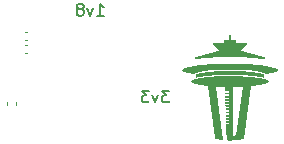
<source format=gbr>
%TF.GenerationSoftware,KiCad,Pcbnew,9.0.0*%
%TF.CreationDate,2025-07-16T00:49:38-07:00*%
%TF.ProjectId,microsd_express,6d696372-6f73-4645-9f65-787072657373,rev?*%
%TF.SameCoordinates,Original*%
%TF.FileFunction,Legend,Bot*%
%TF.FilePolarity,Positive*%
%FSLAX46Y46*%
G04 Gerber Fmt 4.6, Leading zero omitted, Abs format (unit mm)*
G04 Created by KiCad (PCBNEW 9.0.0) date 2025-07-16 00:49:38*
%MOMM*%
%LPD*%
G01*
G04 APERTURE LIST*
%ADD10C,0.000000*%
%ADD11C,0.170000*%
%ADD12C,0.120000*%
G04 APERTURE END LIST*
D10*
G36*
X125560809Y-68999945D02*
G01*
X125823796Y-69006898D01*
X126085316Y-69016633D01*
X126345370Y-69029149D01*
X126603955Y-69044446D01*
X126861072Y-69062525D01*
X127116719Y-69083385D01*
X127274299Y-69098147D01*
X127436239Y-69115292D01*
X127602538Y-69134821D01*
X127773198Y-69156731D01*
X127896537Y-69173829D01*
X128014005Y-69191354D01*
X128125602Y-69209304D01*
X128231328Y-69227680D01*
X128331184Y-69246482D01*
X128425169Y-69265710D01*
X128513286Y-69285365D01*
X128595532Y-69305445D01*
X128711122Y-69336432D01*
X128791220Y-69361063D01*
X128833205Y-69375423D01*
X128875094Y-69391054D01*
X128915847Y-69407888D01*
X128954424Y-69425856D01*
X128989785Y-69444889D01*
X129020891Y-69464919D01*
X129034523Y-69475287D01*
X129046701Y-69485878D01*
X129057296Y-69496684D01*
X129066176Y-69507696D01*
X129073213Y-69518907D01*
X129078275Y-69530306D01*
X129081234Y-69541886D01*
X129081959Y-69553638D01*
X129081524Y-69559086D01*
X129080640Y-69564445D01*
X129079327Y-69569713D01*
X129077608Y-69574889D01*
X129075502Y-69579971D01*
X129073031Y-69584958D01*
X129070216Y-69589848D01*
X129067078Y-69594640D01*
X129063639Y-69599331D01*
X129059918Y-69603920D01*
X129055938Y-69608406D01*
X129051719Y-69612787D01*
X129047282Y-69617061D01*
X129042648Y-69621227D01*
X129032876Y-69629227D01*
X129022570Y-69636774D01*
X129011899Y-69643856D01*
X129001031Y-69650459D01*
X128990135Y-69656571D01*
X128979379Y-69662178D01*
X128968932Y-69667268D01*
X128958962Y-69671827D01*
X128949638Y-69675843D01*
X128922604Y-69686850D01*
X128895987Y-69697209D01*
X128869785Y-69706922D01*
X128844000Y-69715988D01*
X128818630Y-69724407D01*
X128793676Y-69732178D01*
X128769138Y-69739303D01*
X128745017Y-69745780D01*
X128672242Y-69763837D01*
X128597401Y-69781018D01*
X128520492Y-69797323D01*
X128441517Y-69812752D01*
X128360474Y-69827306D01*
X128277365Y-69840983D01*
X128192189Y-69853785D01*
X128104945Y-69865712D01*
X128104235Y-69865792D01*
X128103524Y-69865848D01*
X128102813Y-69865878D01*
X128102102Y-69865885D01*
X128101392Y-69865866D01*
X128100683Y-69865824D01*
X128099977Y-69865757D01*
X128099274Y-69865665D01*
X128098575Y-69865550D01*
X128097880Y-69865410D01*
X128097190Y-69865246D01*
X128096505Y-69865059D01*
X128095827Y-69864847D01*
X128095155Y-69864612D01*
X128094492Y-69864353D01*
X128093836Y-69864071D01*
X128044744Y-69841976D01*
X127993718Y-69820887D01*
X127940757Y-69800804D01*
X127885861Y-69781727D01*
X127829031Y-69763657D01*
X127770265Y-69746592D01*
X127709565Y-69730533D01*
X127646931Y-69715481D01*
X127562838Y-69696930D01*
X127477645Y-69679463D01*
X127391353Y-69663082D01*
X127303961Y-69647785D01*
X127215470Y-69633573D01*
X127125879Y-69620445D01*
X127035188Y-69608403D01*
X126943398Y-69597445D01*
X126771049Y-69579159D01*
X126595862Y-69562870D01*
X126417838Y-69548578D01*
X126236976Y-69536281D01*
X126053277Y-69525980D01*
X125866740Y-69517676D01*
X125677365Y-69511368D01*
X125485152Y-69507056D01*
X125254326Y-69504120D01*
X125030439Y-69503142D01*
X124806445Y-69504120D01*
X124575589Y-69507056D01*
X124383378Y-69511398D01*
X124194004Y-69517732D01*
X124007469Y-69526058D01*
X123823770Y-69536377D01*
X123642908Y-69548687D01*
X123464884Y-69562990D01*
X123289695Y-69579285D01*
X123117343Y-69597572D01*
X123025547Y-69608530D01*
X122934852Y-69620572D01*
X122845257Y-69633700D01*
X122756763Y-69647912D01*
X122669369Y-69663209D01*
X122583077Y-69679591D01*
X122497885Y-69697057D01*
X122413794Y-69715608D01*
X122351167Y-69730691D01*
X122290477Y-69746775D01*
X122231724Y-69763862D01*
X122174909Y-69781950D01*
X122120031Y-69801040D01*
X122067090Y-69821132D01*
X122016086Y-69842226D01*
X121967019Y-69864322D01*
X121966364Y-69864604D01*
X121965700Y-69864863D01*
X121965029Y-69865099D01*
X121964351Y-69865310D01*
X121963667Y-69865498D01*
X121962977Y-69865662D01*
X121962282Y-69865802D01*
X121961583Y-69865918D01*
X121960880Y-69866010D01*
X121960174Y-69866077D01*
X121959466Y-69866120D01*
X121958756Y-69866139D01*
X121958045Y-69866133D01*
X121957333Y-69866102D01*
X121956621Y-69866046D01*
X121955909Y-69865966D01*
X121868638Y-69854039D01*
X121783438Y-69841237D01*
X121700309Y-69827559D01*
X121619251Y-69813006D01*
X121540264Y-69797576D01*
X121463348Y-69781271D01*
X121388504Y-69764091D01*
X121315731Y-69746035D01*
X121291601Y-69739556D01*
X121267056Y-69732431D01*
X121242098Y-69724658D01*
X121216725Y-69716239D01*
X121190938Y-69707173D01*
X121164736Y-69697461D01*
X121138121Y-69687101D01*
X121111091Y-69676094D01*
X121091793Y-69667519D01*
X121081345Y-69662430D01*
X121070589Y-69656823D01*
X121059693Y-69650711D01*
X121048825Y-69644108D01*
X121038155Y-69637027D01*
X121027850Y-69629480D01*
X121018079Y-69621480D01*
X121009011Y-69613040D01*
X121000814Y-69604174D01*
X120997094Y-69599585D01*
X120993656Y-69594894D01*
X120990519Y-69590102D01*
X120987706Y-69585212D01*
X120985237Y-69580226D01*
X120983132Y-69575143D01*
X120981415Y-69569967D01*
X120980104Y-69564699D01*
X120979222Y-69559340D01*
X120978789Y-69553893D01*
X120979511Y-69542141D01*
X120982468Y-69530561D01*
X120987528Y-69519161D01*
X120994563Y-69507951D01*
X121003442Y-69496938D01*
X121014035Y-69486132D01*
X121026212Y-69475541D01*
X121039843Y-69465173D01*
X121054798Y-69455038D01*
X121070948Y-69445143D01*
X121106308Y-69426109D01*
X121144885Y-69408141D01*
X121185639Y-69391307D01*
X121227528Y-69375676D01*
X121269514Y-69361316D01*
X121349613Y-69336685D01*
X121417617Y-69317963D01*
X121465205Y-69305699D01*
X121547451Y-69285616D01*
X121635568Y-69265955D01*
X121729555Y-69246717D01*
X121829413Y-69227901D01*
X121935142Y-69209507D01*
X122046741Y-69191535D01*
X122164210Y-69173986D01*
X122287551Y-69156858D01*
X122458199Y-69134946D01*
X122624492Y-69115418D01*
X122786430Y-69098272D01*
X122944012Y-69083509D01*
X123199664Y-69062648D01*
X123456787Y-69044564D01*
X123715382Y-69029257D01*
X123975450Y-69016727D01*
X124236989Y-69006975D01*
X124500000Y-69000000D01*
X124764483Y-68995802D01*
X125030439Y-68994383D01*
X125560809Y-68999945D01*
G37*
G36*
X125394965Y-70059563D02*
G01*
X125705947Y-70066683D01*
X126014401Y-70078163D01*
X126320326Y-70094002D01*
X126623723Y-70114201D01*
X126853425Y-70133330D01*
X127078599Y-70156512D01*
X127299247Y-70183751D01*
X127515366Y-70215049D01*
X127587722Y-70226887D01*
X127658210Y-70239544D01*
X127726831Y-70253021D01*
X127793586Y-70267318D01*
X127858473Y-70282436D01*
X127921493Y-70298375D01*
X127982646Y-70315135D01*
X128041932Y-70332718D01*
X128071165Y-70342124D01*
X128102130Y-70353055D01*
X128133929Y-70365579D01*
X128149860Y-70372461D01*
X128165662Y-70379767D01*
X128181224Y-70387506D01*
X128196432Y-70395688D01*
X128211174Y-70404320D01*
X128225338Y-70413412D01*
X128238812Y-70422972D01*
X128251483Y-70433008D01*
X128263238Y-70443531D01*
X128273967Y-70454548D01*
X128281516Y-70463702D01*
X128287547Y-70472748D01*
X128292131Y-70481679D01*
X128295339Y-70490487D01*
X128297243Y-70499164D01*
X128297914Y-70507705D01*
X128297423Y-70516101D01*
X128295842Y-70524346D01*
X128293242Y-70532432D01*
X128289695Y-70540352D01*
X128285271Y-70548099D01*
X128280042Y-70555665D01*
X128274079Y-70563044D01*
X128267455Y-70570228D01*
X128260239Y-70577210D01*
X128252504Y-70583984D01*
X128244320Y-70590540D01*
X128235760Y-70596873D01*
X128217794Y-70608840D01*
X128199177Y-70619826D01*
X128180479Y-70629775D01*
X128162271Y-70638627D01*
X128145124Y-70646326D01*
X128116296Y-70658033D01*
X128088081Y-70668501D01*
X128059749Y-70678491D01*
X128031300Y-70688007D01*
X128002734Y-70697047D01*
X127974050Y-70705613D01*
X127945248Y-70713706D01*
X127916328Y-70721327D01*
X127887289Y-70728476D01*
X127761099Y-70756807D01*
X127634186Y-70781966D01*
X127506678Y-70804251D01*
X127378703Y-70823955D01*
X127250390Y-70841374D01*
X127121866Y-70856804D01*
X126993260Y-70870541D01*
X126864700Y-70882879D01*
X126862536Y-70883113D01*
X126860428Y-70883422D01*
X126858377Y-70883806D01*
X126856382Y-70884265D01*
X126854445Y-70884799D01*
X126852563Y-70885408D01*
X126850739Y-70886093D01*
X126848971Y-70886852D01*
X126847260Y-70887685D01*
X126845605Y-70888594D01*
X126844008Y-70889578D01*
X126842467Y-70890637D01*
X126840982Y-70891771D01*
X126839555Y-70892980D01*
X126838184Y-70894264D01*
X126836870Y-70895622D01*
X126835612Y-70897056D01*
X126834412Y-70898565D01*
X126833268Y-70900149D01*
X126832180Y-70901807D01*
X126831150Y-70903541D01*
X126830176Y-70905349D01*
X126829259Y-70907233D01*
X126828399Y-70909192D01*
X126827596Y-70911225D01*
X126826849Y-70913334D01*
X126826160Y-70915517D01*
X126825527Y-70917776D01*
X126824431Y-70922517D01*
X126823563Y-70927559D01*
X126181496Y-75364518D01*
X126005594Y-75407178D01*
X125828333Y-75442660D01*
X125649930Y-75470943D01*
X125470607Y-75492006D01*
X125290582Y-75505827D01*
X125110076Y-75512383D01*
X124929308Y-75511653D01*
X124748497Y-75503615D01*
X124714680Y-74525225D01*
X125257383Y-74525225D01*
X125257630Y-74581419D01*
X125258680Y-74636107D01*
X125260534Y-74689290D01*
X125263192Y-74740969D01*
X125266654Y-74791143D01*
X125270922Y-74839813D01*
X125275994Y-74886980D01*
X125281873Y-74932644D01*
X125286009Y-74958402D01*
X125293719Y-74997344D01*
X125298973Y-75019815D01*
X125305191Y-75043248D01*
X125312396Y-75066865D01*
X125320611Y-75089889D01*
X125329861Y-75111541D01*
X125340169Y-75131043D01*
X125345727Y-75139745D01*
X125351558Y-75147618D01*
X125357666Y-75154564D01*
X125364052Y-75160487D01*
X125370721Y-75165288D01*
X125377674Y-75168872D01*
X125384916Y-75171140D01*
X125392448Y-75171996D01*
X125400274Y-75171342D01*
X125408397Y-75169080D01*
X125416819Y-75165114D01*
X125425544Y-75159347D01*
X125429273Y-75156429D01*
X125432951Y-75153325D01*
X125436580Y-75150035D01*
X125440158Y-75146558D01*
X125443687Y-75142896D01*
X125447165Y-75139047D01*
X125450594Y-75135012D01*
X125453973Y-75130790D01*
X125457301Y-75126383D01*
X125460580Y-75121789D01*
X125463808Y-75117009D01*
X125466987Y-75112042D01*
X125470116Y-75106890D01*
X125473195Y-75101551D01*
X125476223Y-75096026D01*
X125479202Y-75090315D01*
X125488315Y-75071817D01*
X125497028Y-75052824D01*
X125505342Y-75033337D01*
X125513258Y-75013354D01*
X125520775Y-74992874D01*
X125527895Y-74971897D01*
X125534617Y-74950422D01*
X125540942Y-74928448D01*
X125553786Y-74880485D01*
X125565823Y-74832354D01*
X125577053Y-74784054D01*
X125587476Y-74735586D01*
X125597091Y-74686948D01*
X125605897Y-74638141D01*
X125613895Y-74589163D01*
X125621085Y-74540015D01*
X125624765Y-74512981D01*
X126093511Y-70993220D01*
X126093963Y-70988871D01*
X126094156Y-70984696D01*
X126094092Y-70980697D01*
X126093769Y-70976872D01*
X126093189Y-70973222D01*
X126092350Y-70969747D01*
X126091254Y-70966447D01*
X126089900Y-70963322D01*
X126088287Y-70960372D01*
X126086417Y-70957597D01*
X126084289Y-70954997D01*
X126081903Y-70952571D01*
X126079258Y-70950321D01*
X126076356Y-70948245D01*
X126073196Y-70946345D01*
X126069778Y-70944619D01*
X126067920Y-70943813D01*
X126065917Y-70943070D01*
X126063769Y-70942391D01*
X126061477Y-70941775D01*
X126059041Y-70941222D01*
X126056460Y-70940734D01*
X126053735Y-70940308D01*
X126050865Y-70939946D01*
X126047850Y-70939647D01*
X126044690Y-70939411D01*
X126041386Y-70939239D01*
X126037937Y-70939130D01*
X126034343Y-70939083D01*
X126030603Y-70939100D01*
X126026719Y-70939180D01*
X126022690Y-70939322D01*
X125857861Y-70945830D01*
X125686815Y-70951215D01*
X125509552Y-70955478D01*
X125326072Y-70958619D01*
X125318257Y-70958851D01*
X125310868Y-70959332D01*
X125303914Y-70960102D01*
X125297406Y-70961204D01*
X125291356Y-70962679D01*
X125288506Y-70963569D01*
X125285774Y-70964568D01*
X125283162Y-70965682D01*
X125280672Y-70966914D01*
X125278304Y-70968272D01*
X125276060Y-70969758D01*
X125273941Y-70971380D01*
X125271950Y-70973142D01*
X125270086Y-70975049D01*
X125268352Y-70977107D01*
X125266748Y-70979321D01*
X125265277Y-70981695D01*
X125263940Y-70984236D01*
X125262737Y-70986948D01*
X125261671Y-70989837D01*
X125260742Y-70992908D01*
X125259953Y-70996165D01*
X125259304Y-70999615D01*
X125258797Y-71003262D01*
X125258433Y-71007112D01*
X125258213Y-71011170D01*
X125258140Y-71015440D01*
X125257383Y-74525225D01*
X124714680Y-74525225D01*
X124701787Y-74152202D01*
X124701783Y-74152035D01*
X124701784Y-74151867D01*
X124701789Y-74151700D01*
X124701799Y-74151533D01*
X124701813Y-74151365D01*
X124701832Y-74151199D01*
X124701855Y-74151032D01*
X124701882Y-74150866D01*
X124701913Y-74150700D01*
X124701948Y-74150535D01*
X124701986Y-74150370D01*
X124702029Y-74150205D01*
X124702125Y-74149878D01*
X124702234Y-74149554D01*
X124702300Y-74149400D01*
X124702370Y-74149247D01*
X124702443Y-74149094D01*
X124702519Y-74148943D01*
X124702598Y-74148794D01*
X124702681Y-74148646D01*
X124702768Y-74148499D01*
X124702858Y-74148355D01*
X124702952Y-74148212D01*
X124703049Y-74148072D01*
X124703150Y-74147934D01*
X124703255Y-74147798D01*
X124703364Y-74147665D01*
X124703476Y-74147535D01*
X124703593Y-74147408D01*
X124703713Y-74147284D01*
X124703831Y-74147169D01*
X124703952Y-74147056D01*
X124704076Y-74146947D01*
X124704203Y-74146839D01*
X124704333Y-74146735D01*
X124704466Y-74146633D01*
X124704602Y-74146534D01*
X124704741Y-74146437D01*
X124704883Y-74146343D01*
X124705027Y-74146253D01*
X124705174Y-74146165D01*
X124705324Y-74146080D01*
X124705476Y-74145998D01*
X124705631Y-74145919D01*
X124705789Y-74145843D01*
X124705949Y-74145770D01*
X124706105Y-74145708D01*
X124706263Y-74145649D01*
X124706423Y-74145595D01*
X124706585Y-74145545D01*
X124706749Y-74145498D01*
X124706914Y-74145456D01*
X124707080Y-74145418D01*
X124707247Y-74145383D01*
X124707416Y-74145353D01*
X124707584Y-74145327D01*
X124707753Y-74145305D01*
X124707922Y-74145287D01*
X124708092Y-74145273D01*
X124708261Y-74145263D01*
X124708429Y-74145257D01*
X124708597Y-74145255D01*
X124890517Y-74144876D01*
X124896782Y-74144663D01*
X124902731Y-74144064D01*
X124908362Y-74143077D01*
X124911059Y-74142438D01*
X124913677Y-74141703D01*
X124916216Y-74140870D01*
X124918675Y-74139941D01*
X124921056Y-74138916D01*
X124923357Y-74137793D01*
X124925579Y-74136574D01*
X124927722Y-74135258D01*
X124929786Y-74133844D01*
X124931771Y-74132335D01*
X124933676Y-74130728D01*
X124935503Y-74129024D01*
X124937250Y-74127224D01*
X124938919Y-74125327D01*
X124940508Y-74123333D01*
X124942019Y-74121242D01*
X124943450Y-74119054D01*
X124944802Y-74116769D01*
X124946075Y-74114387D01*
X124947269Y-74111909D01*
X124949420Y-74106661D01*
X124951255Y-74101026D01*
X124952774Y-74095003D01*
X124953263Y-74092584D01*
X124953449Y-74091592D01*
X124953595Y-74090746D01*
X124953700Y-74090045D01*
X124953765Y-74089488D01*
X124953789Y-74089077D01*
X124953785Y-74088926D01*
X124953771Y-74088811D01*
X124952826Y-74081813D01*
X124951538Y-74075263D01*
X124949907Y-74069163D01*
X124948963Y-74066281D01*
X124947934Y-74063512D01*
X124946818Y-74060854D01*
X124945617Y-74058310D01*
X124944330Y-74055877D01*
X124942957Y-74053557D01*
X124941498Y-74051349D01*
X124939954Y-74049254D01*
X124938324Y-74047270D01*
X124936608Y-74045400D01*
X124934806Y-74043641D01*
X124932918Y-74041995D01*
X124930944Y-74040461D01*
X124928885Y-74039040D01*
X124926739Y-74037731D01*
X124924508Y-74036534D01*
X124922190Y-74035450D01*
X124919787Y-74034478D01*
X124917298Y-74033619D01*
X124914723Y-74032872D01*
X124912061Y-74032237D01*
X124909314Y-74031715D01*
X124906481Y-74031305D01*
X124903562Y-74031008D01*
X124900557Y-74030823D01*
X124897465Y-74030751D01*
X124705089Y-74029616D01*
X124704703Y-74029608D01*
X124704319Y-74029584D01*
X124703939Y-74029545D01*
X124703561Y-74029490D01*
X124703188Y-74029420D01*
X124702820Y-74029335D01*
X124702457Y-74029236D01*
X124702101Y-74029122D01*
X124701751Y-74028994D01*
X124701409Y-74028852D01*
X124701076Y-74028696D01*
X124700750Y-74028528D01*
X124700435Y-74028346D01*
X124700129Y-74028151D01*
X124699835Y-74027944D01*
X124699552Y-74027724D01*
X124699281Y-74027487D01*
X124699025Y-74027239D01*
X124698783Y-74026983D01*
X124698556Y-74026718D01*
X124698344Y-74026444D01*
X124698147Y-74026163D01*
X124697966Y-74025874D01*
X124697802Y-74025579D01*
X124697653Y-74025278D01*
X124697522Y-74024971D01*
X124697408Y-74024659D01*
X124697312Y-74024343D01*
X124697234Y-74024023D01*
X124697173Y-74023700D01*
X124697132Y-74023374D01*
X124697109Y-74023046D01*
X124692088Y-73883296D01*
X124692079Y-73882883D01*
X124692084Y-73882483D01*
X124692104Y-73882097D01*
X124692138Y-73881724D01*
X124692186Y-73881364D01*
X124692249Y-73881016D01*
X124692325Y-73880682D01*
X124692417Y-73880361D01*
X124692522Y-73880054D01*
X124692642Y-73879759D01*
X124692776Y-73879477D01*
X124692924Y-73879209D01*
X124693087Y-73878953D01*
X124693264Y-73878711D01*
X124693456Y-73878482D01*
X124693661Y-73878265D01*
X124693881Y-73878062D01*
X124694115Y-73877872D01*
X124694364Y-73877696D01*
X124694627Y-73877532D01*
X124694904Y-73877381D01*
X124695196Y-73877244D01*
X124695501Y-73877119D01*
X124695822Y-73877008D01*
X124696156Y-73876910D01*
X124696505Y-73876824D01*
X124696868Y-73876752D01*
X124697245Y-73876693D01*
X124697637Y-73876647D01*
X124698043Y-73876615D01*
X124698463Y-73876595D01*
X124698898Y-73876589D01*
X124822452Y-73875222D01*
X124857892Y-73875099D01*
X124875761Y-73875350D01*
X124882117Y-73875543D01*
X124888207Y-73875466D01*
X124894032Y-73875118D01*
X124899592Y-73874499D01*
X124904888Y-73873609D01*
X124909918Y-73872448D01*
X124914684Y-73871016D01*
X124919186Y-73869314D01*
X124923423Y-73867341D01*
X124927396Y-73865096D01*
X124931105Y-73862581D01*
X124934549Y-73859795D01*
X124937730Y-73856738D01*
X124940646Y-73853411D01*
X124943299Y-73849812D01*
X124945688Y-73845943D01*
X124947710Y-73842053D01*
X124949419Y-73838153D01*
X124950824Y-73834251D01*
X124951932Y-73830358D01*
X124952750Y-73826481D01*
X124953284Y-73822629D01*
X124953543Y-73818811D01*
X124953534Y-73815036D01*
X124953263Y-73811312D01*
X124952739Y-73807648D01*
X124951967Y-73804053D01*
X124950956Y-73800536D01*
X124949713Y-73797105D01*
X124948244Y-73793769D01*
X124946558Y-73790537D01*
X124944660Y-73787418D01*
X124942560Y-73784420D01*
X124940263Y-73781552D01*
X124937777Y-73778823D01*
X124935110Y-73776241D01*
X124932267Y-73773816D01*
X124929258Y-73771556D01*
X124926088Y-73769469D01*
X124922766Y-73767565D01*
X124919298Y-73765852D01*
X124915691Y-73764340D01*
X124911953Y-73763036D01*
X124908092Y-73761949D01*
X124904113Y-73761089D01*
X124900025Y-73760463D01*
X124895834Y-73760082D01*
X124891549Y-73759953D01*
X124695114Y-73759815D01*
X124694715Y-73759812D01*
X124694319Y-73759788D01*
X124693925Y-73759745D01*
X124693535Y-73759683D01*
X124693150Y-73759602D01*
X124692770Y-73759502D01*
X124692395Y-73759384D01*
X124692027Y-73759248D01*
X124691667Y-73759094D01*
X124691314Y-73758922D01*
X124690970Y-73758734D01*
X124690636Y-73758529D01*
X124690311Y-73758307D01*
X124689997Y-73758068D01*
X124689695Y-73757814D01*
X124689405Y-73757545D01*
X124689122Y-73757267D01*
X124688855Y-73756978D01*
X124688604Y-73756677D01*
X124688369Y-73756365D01*
X124688150Y-73756043D01*
X124687948Y-73755711D01*
X124687763Y-73755370D01*
X124687595Y-73755021D01*
X124687444Y-73754664D01*
X124687310Y-73754300D01*
X124687195Y-73753930D01*
X124687097Y-73753554D01*
X124687018Y-73753173D01*
X124686958Y-73752788D01*
X124686916Y-73752399D01*
X124686894Y-73752007D01*
X124683110Y-73612120D01*
X124683101Y-73611701D01*
X124683107Y-73611295D01*
X124683127Y-73610902D01*
X124683162Y-73610522D01*
X124683211Y-73610155D01*
X124683275Y-73609801D01*
X124683353Y-73609461D01*
X124683446Y-73609133D01*
X124683554Y-73608818D01*
X124683676Y-73608517D01*
X124683812Y-73608228D01*
X124683963Y-73607953D01*
X124684129Y-73607691D01*
X124684309Y-73607441D01*
X124684504Y-73607205D01*
X124684714Y-73606981D01*
X124684938Y-73606771D01*
X124685177Y-73606574D01*
X124685430Y-73606389D01*
X124685698Y-73606218D01*
X124685981Y-73606060D01*
X124686278Y-73605914D01*
X124686590Y-73605782D01*
X124686917Y-73605662D01*
X124687258Y-73605556D01*
X124687614Y-73605462D01*
X124687985Y-73605381D01*
X124688370Y-73605313D01*
X124688770Y-73605259D01*
X124689185Y-73605217D01*
X124690058Y-73605171D01*
X124898222Y-73604311D01*
X124901090Y-73604243D01*
X124903885Y-73604071D01*
X124906606Y-73603795D01*
X124909253Y-73603415D01*
X124911827Y-73602931D01*
X124914327Y-73602342D01*
X124916753Y-73601650D01*
X124919106Y-73600854D01*
X124921385Y-73599954D01*
X124923591Y-73598949D01*
X124925723Y-73597841D01*
X124927781Y-73596628D01*
X124929766Y-73595312D01*
X124931677Y-73593891D01*
X124933515Y-73592367D01*
X124935279Y-73590738D01*
X124936970Y-73589005D01*
X124938587Y-73587168D01*
X124940131Y-73585227D01*
X124941602Y-73583182D01*
X124942999Y-73581032D01*
X124944323Y-73578779D01*
X124945573Y-73576421D01*
X124946750Y-73573960D01*
X124947854Y-73571394D01*
X124948885Y-73568724D01*
X124949842Y-73565950D01*
X124950726Y-73563072D01*
X124952275Y-73557002D01*
X124953530Y-73550517D01*
X124953538Y-73550397D01*
X124953537Y-73550231D01*
X124953525Y-73550020D01*
X124953504Y-73549762D01*
X124953434Y-73549109D01*
X124953324Y-73548272D01*
X124953176Y-73547251D01*
X124952989Y-73546047D01*
X124952763Y-73544659D01*
X124952499Y-73543087D01*
X124951918Y-73539807D01*
X124951248Y-73536632D01*
X124950488Y-73533560D01*
X124949638Y-73530591D01*
X124948699Y-73527726D01*
X124947669Y-73524965D01*
X124946550Y-73522307D01*
X124945341Y-73519753D01*
X124944041Y-73517303D01*
X124942652Y-73514956D01*
X124941174Y-73512713D01*
X124939605Y-73510573D01*
X124937947Y-73508537D01*
X124936199Y-73506604D01*
X124934361Y-73504775D01*
X124932433Y-73503050D01*
X124930415Y-73501428D01*
X124928308Y-73499910D01*
X124926111Y-73498495D01*
X124923824Y-73497184D01*
X124921447Y-73495977D01*
X124918981Y-73494873D01*
X124916425Y-73493873D01*
X124913779Y-73492976D01*
X124911043Y-73492183D01*
X124908218Y-73491494D01*
X124905303Y-73490908D01*
X124902298Y-73490426D01*
X124899204Y-73490047D01*
X124896019Y-73489772D01*
X124889382Y-73489532D01*
X124685759Y-73489051D01*
X124684945Y-73489025D01*
X124684557Y-73488994D01*
X124684182Y-73488949D01*
X124683819Y-73488892D01*
X124683468Y-73488822D01*
X124683130Y-73488740D01*
X124682804Y-73488645D01*
X124682491Y-73488537D01*
X124682190Y-73488417D01*
X124681902Y-73488284D01*
X124681626Y-73488138D01*
X124681363Y-73487980D01*
X124681112Y-73487809D01*
X124680873Y-73487626D01*
X124680647Y-73487430D01*
X124680433Y-73487221D01*
X124680231Y-73487000D01*
X124680042Y-73486766D01*
X124679865Y-73486520D01*
X124679701Y-73486261D01*
X124679549Y-73485989D01*
X124679409Y-73485705D01*
X124679282Y-73485409D01*
X124679167Y-73485100D01*
X124679065Y-73484778D01*
X124678974Y-73484444D01*
X124678896Y-73484097D01*
X124678831Y-73483738D01*
X124678777Y-73483366D01*
X124678708Y-73482585D01*
X124672517Y-73340565D01*
X124672512Y-73340429D01*
X124672510Y-73340294D01*
X124672512Y-73340158D01*
X124672517Y-73340023D01*
X124672525Y-73339888D01*
X124672536Y-73339754D01*
X124672550Y-73339619D01*
X124672568Y-73339485D01*
X124672589Y-73339352D01*
X124672613Y-73339218D01*
X124672641Y-73339086D01*
X124672671Y-73338954D01*
X124672705Y-73338822D01*
X124672742Y-73338691D01*
X124672783Y-73338561D01*
X124672826Y-73338432D01*
X124672934Y-73338176D01*
X124672992Y-73338049D01*
X124673052Y-73337924D01*
X124673114Y-73337800D01*
X124673179Y-73337678D01*
X124673246Y-73337557D01*
X124673316Y-73337439D01*
X124673388Y-73337322D01*
X124673463Y-73337207D01*
X124673540Y-73337095D01*
X124673619Y-73336985D01*
X124673701Y-73336878D01*
X124673785Y-73336774D01*
X124673872Y-73336673D01*
X124673961Y-73336574D01*
X124674058Y-73336479D01*
X124674157Y-73336384D01*
X124674258Y-73336292D01*
X124674361Y-73336202D01*
X124674465Y-73336114D01*
X124674570Y-73336028D01*
X124674678Y-73335945D01*
X124674786Y-73335865D01*
X124674897Y-73335787D01*
X124675009Y-73335713D01*
X124675123Y-73335641D01*
X124675238Y-73335573D01*
X124675355Y-73335508D01*
X124675473Y-73335447D01*
X124675593Y-73335389D01*
X124675715Y-73335336D01*
X124675838Y-73335280D01*
X124675963Y-73335228D01*
X124676090Y-73335180D01*
X124676217Y-73335135D01*
X124676346Y-73335095D01*
X124676476Y-73335058D01*
X124676607Y-73335026D01*
X124676738Y-73334996D01*
X124676871Y-73334971D01*
X124677004Y-73334949D01*
X124677138Y-73334930D01*
X124677272Y-73334915D01*
X124677407Y-73334904D01*
X124677542Y-73334896D01*
X124677678Y-73334891D01*
X124677813Y-73334889D01*
X124897844Y-73334407D01*
X124900576Y-73334347D01*
X124903245Y-73334186D01*
X124905850Y-73333923D01*
X124908393Y-73333559D01*
X124910873Y-73333094D01*
X124913289Y-73332528D01*
X124915643Y-73331861D01*
X124917933Y-73331092D01*
X124920161Y-73330222D01*
X124922325Y-73329251D01*
X124924427Y-73328179D01*
X124926465Y-73327005D01*
X124928441Y-73325730D01*
X124930353Y-73324354D01*
X124932203Y-73322877D01*
X124933989Y-73321298D01*
X124935713Y-73319619D01*
X124937373Y-73317837D01*
X124938971Y-73315955D01*
X124940505Y-73313971D01*
X124941977Y-73311886D01*
X124943386Y-73309700D01*
X124944731Y-73307412D01*
X124946014Y-73305023D01*
X124947234Y-73302533D01*
X124948391Y-73299941D01*
X124950516Y-73294454D01*
X124952390Y-73288561D01*
X124954012Y-73282263D01*
X124954105Y-73281925D01*
X124954145Y-73281763D01*
X124954180Y-73281605D01*
X124954211Y-73281453D01*
X124954238Y-73281305D01*
X124954260Y-73281163D01*
X124954278Y-73281025D01*
X124954292Y-73280892D01*
X124954303Y-73280764D01*
X124954309Y-73280640D01*
X124954312Y-73280522D01*
X124954311Y-73280408D01*
X124954306Y-73280299D01*
X124954298Y-73280195D01*
X124954287Y-73280096D01*
X124953014Y-73272942D01*
X124951439Y-73266248D01*
X124949563Y-73260015D01*
X124947386Y-73254242D01*
X124944906Y-73248929D01*
X124943553Y-73246446D01*
X124942125Y-73244078D01*
X124940621Y-73241824D01*
X124939042Y-73239686D01*
X124937387Y-73237663D01*
X124935657Y-73235756D01*
X124933852Y-73233963D01*
X124931970Y-73232286D01*
X124930014Y-73230724D01*
X124927982Y-73229277D01*
X124925874Y-73227945D01*
X124923691Y-73226729D01*
X124921432Y-73225627D01*
X124919098Y-73224641D01*
X124916689Y-73223770D01*
X124914203Y-73223015D01*
X124911643Y-73222374D01*
X124909006Y-73221849D01*
X124906295Y-73221439D01*
X124903507Y-73221145D01*
X124900644Y-73220965D01*
X124897706Y-73220901D01*
X124673376Y-73220385D01*
X124673164Y-73220381D01*
X124672953Y-73220368D01*
X124672743Y-73220345D01*
X124672535Y-73220314D01*
X124672329Y-73220274D01*
X124672126Y-73220226D01*
X124671926Y-73220168D01*
X124671729Y-73220101D01*
X124671536Y-73220026D01*
X124671347Y-73219942D01*
X124671162Y-73219849D01*
X124670982Y-73219747D01*
X124670807Y-73219636D01*
X124670637Y-73219516D01*
X124670473Y-73219387D01*
X124670315Y-73219250D01*
X124670164Y-73219111D01*
X124670022Y-73218967D01*
X124669888Y-73218816D01*
X124669762Y-73218660D01*
X124669645Y-73218499D01*
X124669537Y-73218332D01*
X124669438Y-73218161D01*
X124669348Y-73217986D01*
X124669267Y-73217807D01*
X124669195Y-73217624D01*
X124669134Y-73217437D01*
X124669082Y-73217248D01*
X124669039Y-73217055D01*
X124669007Y-73216860D01*
X124668985Y-73216663D01*
X124668973Y-73216464D01*
X124664158Y-73070419D01*
X124664157Y-73070061D01*
X124664168Y-73069713D01*
X124664191Y-73069378D01*
X124664226Y-73069053D01*
X124664272Y-73068741D01*
X124664330Y-73068439D01*
X124664400Y-73068150D01*
X124664481Y-73067871D01*
X124664574Y-73067604D01*
X124664679Y-73067349D01*
X124664796Y-73067105D01*
X124664924Y-73066872D01*
X124665064Y-73066651D01*
X124665216Y-73066441D01*
X124665380Y-73066242D01*
X124665555Y-73066055D01*
X124665743Y-73065880D01*
X124665942Y-73065715D01*
X124666153Y-73065562D01*
X124666375Y-73065421D01*
X124666610Y-73065291D01*
X124666856Y-73065172D01*
X124667114Y-73065064D01*
X124667384Y-73064968D01*
X124667666Y-73064883D01*
X124667960Y-73064810D01*
X124668265Y-73064748D01*
X124668583Y-73064697D01*
X124668912Y-73064657D01*
X124669253Y-73064629D01*
X124669606Y-73064612D01*
X124669971Y-73064607D01*
X124897706Y-73064365D01*
X124900385Y-73064315D01*
X124903005Y-73064164D01*
X124905566Y-73063911D01*
X124908068Y-73063558D01*
X124910511Y-73063104D01*
X124912895Y-73062548D01*
X124915220Y-73061892D01*
X124917486Y-73061135D01*
X124919692Y-73060278D01*
X124921840Y-73059319D01*
X124923929Y-73058260D01*
X124925958Y-73057099D01*
X124927929Y-73055838D01*
X124929840Y-73054476D01*
X124931693Y-73053013D01*
X124933486Y-73051450D01*
X124935220Y-73049786D01*
X124936896Y-73048021D01*
X124938512Y-73046155D01*
X124940069Y-73044188D01*
X124941567Y-73042121D01*
X124943006Y-73039953D01*
X124944386Y-73037684D01*
X124945707Y-73035315D01*
X124946969Y-73032845D01*
X124948172Y-73030274D01*
X124950401Y-73024831D01*
X124952393Y-73018986D01*
X124954149Y-73012738D01*
X124954193Y-73012595D01*
X124954232Y-73012451D01*
X124954266Y-73012305D01*
X124954297Y-73012158D01*
X124954323Y-73012010D01*
X124954344Y-73011861D01*
X124954361Y-73011711D01*
X124954373Y-73011560D01*
X124954380Y-73011408D01*
X124954382Y-73011255D01*
X124954380Y-73011102D01*
X124954372Y-73010948D01*
X124954359Y-73010794D01*
X124954340Y-73010639D01*
X124954316Y-73010485D01*
X124954287Y-73010330D01*
X124953219Y-73003237D01*
X124951822Y-72996600D01*
X124950094Y-72990417D01*
X124948037Y-72984689D01*
X124946885Y-72981996D01*
X124945650Y-72979417D01*
X124944333Y-72976952D01*
X124942933Y-72974600D01*
X124941451Y-72972363D01*
X124939886Y-72970239D01*
X124938239Y-72968229D01*
X124936509Y-72966333D01*
X124934696Y-72964551D01*
X124932801Y-72962884D01*
X124930824Y-72961330D01*
X124928764Y-72959890D01*
X124926621Y-72958564D01*
X124924396Y-72957352D01*
X124922089Y-72956255D01*
X124919698Y-72955271D01*
X124917225Y-72954402D01*
X124914670Y-72953647D01*
X124912032Y-72953006D01*
X124909311Y-72952479D01*
X124906508Y-72952066D01*
X124903622Y-72951768D01*
X124900654Y-72951583D01*
X124897603Y-72951513D01*
X124664055Y-72950756D01*
X124663823Y-72950751D01*
X124663594Y-72950735D01*
X124663367Y-72950709D01*
X124663143Y-72950674D01*
X124662921Y-72950628D01*
X124662704Y-72950573D01*
X124662489Y-72950508D01*
X124662279Y-72950433D01*
X124662073Y-72950350D01*
X124661873Y-72950257D01*
X124661677Y-72950155D01*
X124661486Y-72950045D01*
X124661302Y-72949926D01*
X124661124Y-72949798D01*
X124660952Y-72949662D01*
X124660787Y-72949518D01*
X124660630Y-72949372D01*
X124660481Y-72949220D01*
X124660341Y-72949061D01*
X124660209Y-72948896D01*
X124660086Y-72948725D01*
X124659972Y-72948549D01*
X124659868Y-72948367D01*
X124659773Y-72948181D01*
X124659687Y-72947990D01*
X124659612Y-72947795D01*
X124659546Y-72947596D01*
X124659491Y-72947395D01*
X124659446Y-72947190D01*
X124659412Y-72946982D01*
X124659389Y-72946772D01*
X124659377Y-72946560D01*
X124654974Y-72801891D01*
X124654971Y-72801542D01*
X124654980Y-72801204D01*
X124655001Y-72800877D01*
X124655034Y-72800561D01*
X124655080Y-72800256D01*
X124655137Y-72799962D01*
X124655207Y-72799680D01*
X124655289Y-72799408D01*
X124655384Y-72799148D01*
X124655490Y-72798898D01*
X124655609Y-72798660D01*
X124655740Y-72798433D01*
X124655883Y-72798217D01*
X124656038Y-72798011D01*
X124656205Y-72797817D01*
X124656385Y-72797635D01*
X124656576Y-72797463D01*
X124656780Y-72797302D01*
X124656995Y-72797152D01*
X124657223Y-72797014D01*
X124657463Y-72796886D01*
X124657714Y-72796770D01*
X124657978Y-72796665D01*
X124658254Y-72796571D01*
X124658542Y-72796487D01*
X124658841Y-72796415D01*
X124659153Y-72796354D01*
X124659477Y-72796305D01*
X124659812Y-72796266D01*
X124660160Y-72796238D01*
X124660519Y-72796221D01*
X124660890Y-72796216D01*
X124894301Y-72795597D01*
X124897211Y-72795536D01*
X124900054Y-72795372D01*
X124902831Y-72795107D01*
X124905540Y-72794739D01*
X124908182Y-72794268D01*
X124910757Y-72793695D01*
X124913265Y-72793020D01*
X124915706Y-72792242D01*
X124918079Y-72791362D01*
X124920386Y-72790380D01*
X124922625Y-72789295D01*
X124924797Y-72788107D01*
X124926903Y-72786817D01*
X124928941Y-72785425D01*
X124930912Y-72783930D01*
X124932815Y-72782333D01*
X124934652Y-72780633D01*
X124936422Y-72778831D01*
X124938124Y-72776926D01*
X124939760Y-72774919D01*
X124941328Y-72772809D01*
X124942829Y-72770596D01*
X124944263Y-72768282D01*
X124945630Y-72765864D01*
X124946930Y-72763344D01*
X124948163Y-72760722D01*
X124950427Y-72755169D01*
X124952422Y-72749207D01*
X124954149Y-72742834D01*
X124954207Y-72742493D01*
X124954253Y-72742169D01*
X124954287Y-72741859D01*
X124954308Y-72741565D01*
X124954319Y-72741285D01*
X124954319Y-72741019D01*
X124954308Y-72740767D01*
X124954287Y-72740529D01*
X124953164Y-72733343D01*
X124951717Y-72726619D01*
X124949946Y-72720357D01*
X124947851Y-72714557D01*
X124946682Y-72711830D01*
X124945432Y-72709219D01*
X124944101Y-72706723D01*
X124942690Y-72704342D01*
X124941197Y-72702077D01*
X124939623Y-72699927D01*
X124937969Y-72697892D01*
X124936233Y-72695973D01*
X124934417Y-72694170D01*
X124932520Y-72692481D01*
X124930541Y-72690908D01*
X124928482Y-72689451D01*
X124926342Y-72688109D01*
X124924121Y-72686882D01*
X124921820Y-72685770D01*
X124919437Y-72684774D01*
X124916973Y-72683893D01*
X124914429Y-72683127D01*
X124911804Y-72682477D01*
X124909098Y-72681942D01*
X124906311Y-72681523D01*
X124903443Y-72681218D01*
X124897465Y-72680956D01*
X124658380Y-72680061D01*
X124657398Y-72680032D01*
X124656477Y-72679945D01*
X124656040Y-72679880D01*
X124655618Y-72679800D01*
X124655211Y-72679705D01*
X124654820Y-72679597D01*
X124654444Y-72679473D01*
X124654083Y-72679335D01*
X124653737Y-72679183D01*
X124653407Y-72679016D01*
X124653093Y-72678835D01*
X124652793Y-72678639D01*
X124652509Y-72678428D01*
X124652240Y-72678204D01*
X124651986Y-72677964D01*
X124651748Y-72677710D01*
X124651525Y-72677442D01*
X124651318Y-72677159D01*
X124651125Y-72676861D01*
X124650948Y-72676549D01*
X124650787Y-72676223D01*
X124650641Y-72675882D01*
X124650510Y-72675526D01*
X124650394Y-72675156D01*
X124650293Y-72674772D01*
X124650208Y-72674373D01*
X124650139Y-72673959D01*
X124650084Y-72673531D01*
X124650021Y-72672631D01*
X124644621Y-72530233D01*
X124644619Y-72529727D01*
X124644630Y-72529486D01*
X124644649Y-72529254D01*
X124644676Y-72529030D01*
X124644712Y-72528814D01*
X124644756Y-72528607D01*
X124644808Y-72528407D01*
X124644868Y-72528216D01*
X124644937Y-72528033D01*
X124645014Y-72527858D01*
X124645098Y-72527692D01*
X124645192Y-72527533D01*
X124645293Y-72527383D01*
X124645402Y-72527241D01*
X124645520Y-72527107D01*
X124645646Y-72526981D01*
X124645780Y-72526864D01*
X124645922Y-72526754D01*
X124646072Y-72526653D01*
X124646231Y-72526560D01*
X124646397Y-72526475D01*
X124646572Y-72526398D01*
X124646754Y-72526329D01*
X124646945Y-72526269D01*
X124647144Y-72526216D01*
X124647351Y-72526172D01*
X124647567Y-72526135D01*
X124647790Y-72526107D01*
X124648021Y-72526087D01*
X124648261Y-72526075D01*
X124648508Y-72526071D01*
X124891170Y-72525555D01*
X124897459Y-72525347D01*
X124903427Y-72524750D01*
X124909074Y-72523764D01*
X124911777Y-72523126D01*
X124914400Y-72522389D01*
X124916943Y-72521556D01*
X124919405Y-72520625D01*
X124921787Y-72519597D01*
X124924089Y-72518472D01*
X124926310Y-72517250D01*
X124928451Y-72515931D01*
X124930512Y-72514514D01*
X124932493Y-72513000D01*
X124934393Y-72511389D01*
X124936213Y-72509681D01*
X124937953Y-72507876D01*
X124939612Y-72505974D01*
X124941191Y-72503975D01*
X124942690Y-72501878D01*
X124944108Y-72499685D01*
X124945446Y-72497394D01*
X124946703Y-72495007D01*
X124947880Y-72492522D01*
X124948977Y-72489941D01*
X124949994Y-72487262D01*
X124951785Y-72481614D01*
X124953255Y-72475578D01*
X124954287Y-72470522D01*
X124953164Y-72463367D01*
X124951717Y-72456673D01*
X124949946Y-72450440D01*
X124947851Y-72444667D01*
X124946682Y-72441953D01*
X124945432Y-72439354D01*
X124944101Y-72436870D01*
X124942690Y-72434501D01*
X124941197Y-72432247D01*
X124939623Y-72430109D01*
X124937969Y-72428085D01*
X124936233Y-72426177D01*
X124934417Y-72424383D01*
X124932520Y-72422705D01*
X124930541Y-72421142D01*
X124928482Y-72419694D01*
X124926342Y-72418361D01*
X124924121Y-72417143D01*
X124921820Y-72416040D01*
X124919437Y-72415052D01*
X124916973Y-72414179D01*
X124914429Y-72413421D01*
X124911804Y-72412779D01*
X124909098Y-72412251D01*
X124906311Y-72411839D01*
X124903443Y-72411541D01*
X124900495Y-72411359D01*
X124897465Y-72411292D01*
X124648405Y-72410673D01*
X124648032Y-72410659D01*
X124647663Y-72410628D01*
X124647296Y-72410582D01*
X124646934Y-72410520D01*
X124646577Y-72410442D01*
X124646224Y-72410349D01*
X124645878Y-72410241D01*
X124645537Y-72410118D01*
X124645204Y-72409980D01*
X124644878Y-72409827D01*
X124644560Y-72409660D01*
X124644250Y-72409478D01*
X124643950Y-72409282D01*
X124643659Y-72409072D01*
X124643378Y-72408847D01*
X124643108Y-72408609D01*
X124642850Y-72408365D01*
X124642607Y-72408110D01*
X124642377Y-72407845D01*
X124642162Y-72407570D01*
X124641962Y-72407286D01*
X124641777Y-72406994D01*
X124641607Y-72406694D01*
X124641453Y-72406386D01*
X124641314Y-72406072D01*
X124641191Y-72405751D01*
X124641084Y-72405424D01*
X124640994Y-72405093D01*
X124640921Y-72404756D01*
X124640864Y-72404416D01*
X124640825Y-72404072D01*
X124640804Y-72403725D01*
X124636263Y-72263218D01*
X124636260Y-72263018D01*
X124636261Y-72262818D01*
X124636269Y-72262619D01*
X124636281Y-72262419D01*
X124636299Y-72262220D01*
X124636322Y-72262022D01*
X124636351Y-72261824D01*
X124636384Y-72261627D01*
X124636421Y-72261431D01*
X124636464Y-72261236D01*
X124636511Y-72261041D01*
X124636563Y-72260848D01*
X124636619Y-72260656D01*
X124636680Y-72260465D01*
X124636745Y-72260276D01*
X124636813Y-72260088D01*
X124636887Y-72259902D01*
X124636965Y-72259719D01*
X124637048Y-72259538D01*
X124637135Y-72259360D01*
X124637227Y-72259184D01*
X124637323Y-72259011D01*
X124637423Y-72258841D01*
X124637527Y-72258673D01*
X124637636Y-72258509D01*
X124637748Y-72258347D01*
X124637864Y-72258188D01*
X124637984Y-72258032D01*
X124638108Y-72257879D01*
X124638235Y-72257730D01*
X124638365Y-72257583D01*
X124638499Y-72257439D01*
X124638642Y-72257299D01*
X124638789Y-72257162D01*
X124638939Y-72257029D01*
X124639091Y-72256899D01*
X124639247Y-72256773D01*
X124639405Y-72256650D01*
X124639565Y-72256531D01*
X124639729Y-72256416D01*
X124639894Y-72256305D01*
X124640062Y-72256199D01*
X124640232Y-72256096D01*
X124640405Y-72255998D01*
X124640579Y-72255904D01*
X124640755Y-72255815D01*
X124640933Y-72255731D01*
X124641113Y-72255651D01*
X124641301Y-72255576D01*
X124641490Y-72255504D01*
X124641681Y-72255438D01*
X124641873Y-72255375D01*
X124642066Y-72255318D01*
X124642261Y-72255265D01*
X124642456Y-72255217D01*
X124642652Y-72255174D01*
X124642849Y-72255136D01*
X124643047Y-72255104D01*
X124643245Y-72255077D01*
X124643444Y-72255056D01*
X124643644Y-72255041D01*
X124643843Y-72255032D01*
X124644043Y-72255029D01*
X124644243Y-72255032D01*
X124894301Y-72255135D01*
X124899298Y-72255005D01*
X124904086Y-72254577D01*
X124908665Y-72253851D01*
X124913036Y-72252826D01*
X124917198Y-72251503D01*
X124921152Y-72249882D01*
X124924897Y-72247962D01*
X124928434Y-72245745D01*
X124931763Y-72243229D01*
X124934883Y-72240414D01*
X124937795Y-72237302D01*
X124940498Y-72233891D01*
X124942993Y-72230182D01*
X124945281Y-72226175D01*
X124947360Y-72221869D01*
X124949231Y-72217265D01*
X124950530Y-72213673D01*
X124951643Y-72210481D01*
X124952568Y-72207688D01*
X124953307Y-72205295D01*
X124953858Y-72203302D01*
X124954223Y-72201709D01*
X124954400Y-72200516D01*
X124954418Y-72200070D01*
X124954390Y-72199723D01*
X124953085Y-72192600D01*
X124951466Y-72185935D01*
X124949532Y-72179728D01*
X124947284Y-72173979D01*
X124946042Y-72171276D01*
X124944721Y-72168688D01*
X124943322Y-72166215D01*
X124941845Y-72163856D01*
X124940289Y-72161612D01*
X124938655Y-72159483D01*
X124936942Y-72157468D01*
X124935150Y-72155567D01*
X124933280Y-72153782D01*
X124931331Y-72152111D01*
X124929304Y-72150555D01*
X124927199Y-72149114D01*
X124925015Y-72147787D01*
X124922753Y-72146575D01*
X124920412Y-72145478D01*
X124917992Y-72144495D01*
X124915495Y-72143628D01*
X124912918Y-72142875D01*
X124910264Y-72142237D01*
X124907531Y-72141713D01*
X124904719Y-72141305D01*
X124901829Y-72141011D01*
X124898861Y-72140833D01*
X124895814Y-72140769D01*
X124639427Y-72140150D01*
X124638527Y-72140122D01*
X124638097Y-72140087D01*
X124637681Y-72140039D01*
X124637280Y-72139976D01*
X124636892Y-72139900D01*
X124636518Y-72139810D01*
X124636158Y-72139705D01*
X124635812Y-72139587D01*
X124635480Y-72139456D01*
X124635162Y-72139310D01*
X124634858Y-72139150D01*
X124634568Y-72138977D01*
X124634292Y-72138790D01*
X124634030Y-72138589D01*
X124633782Y-72138374D01*
X124633548Y-72138145D01*
X124633328Y-72137903D01*
X124633122Y-72137647D01*
X124632930Y-72137377D01*
X124632752Y-72137093D01*
X124632588Y-72136795D01*
X124632439Y-72136484D01*
X124632303Y-72136159D01*
X124632181Y-72135820D01*
X124632073Y-72135468D01*
X124631980Y-72135101D01*
X124631900Y-72134721D01*
X124631835Y-72134328D01*
X124631783Y-72133920D01*
X124631723Y-72133064D01*
X124626564Y-71992798D01*
X124626555Y-71992347D01*
X124626561Y-71991911D01*
X124626583Y-71991488D01*
X124626620Y-71991081D01*
X124626672Y-71990687D01*
X124626739Y-71990308D01*
X124626821Y-71989943D01*
X124626918Y-71989593D01*
X124627030Y-71989256D01*
X124627157Y-71988934D01*
X124627299Y-71988627D01*
X124627456Y-71988333D01*
X124627629Y-71988054D01*
X124627816Y-71987790D01*
X124628019Y-71987539D01*
X124628236Y-71987303D01*
X124628468Y-71987081D01*
X124628716Y-71986874D01*
X124628978Y-71986681D01*
X124629256Y-71986502D01*
X124629548Y-71986337D01*
X124629855Y-71986187D01*
X124630178Y-71986051D01*
X124630515Y-71985929D01*
X124630868Y-71985822D01*
X124631235Y-71985729D01*
X124631617Y-71985650D01*
X124632014Y-71985586D01*
X124632426Y-71985536D01*
X124632853Y-71985500D01*
X124633295Y-71985479D01*
X124633752Y-71985471D01*
X124893544Y-71985471D01*
X124898389Y-71985329D01*
X124903044Y-71984902D01*
X124907508Y-71984191D01*
X124911782Y-71983194D01*
X124915866Y-71981913D01*
X124919760Y-71980347D01*
X124923463Y-71978497D01*
X124926977Y-71976361D01*
X124930300Y-71973940D01*
X124933432Y-71971235D01*
X124936375Y-71968244D01*
X124939127Y-71964968D01*
X124941689Y-71961407D01*
X124944061Y-71957561D01*
X124946242Y-71953429D01*
X124948233Y-71949012D01*
X124949762Y-71945331D01*
X124951070Y-71942053D01*
X124952159Y-71939177D01*
X124953027Y-71936702D01*
X124953674Y-71934630D01*
X124954100Y-71932958D01*
X124954230Y-71932273D01*
X124954305Y-71931687D01*
X124954323Y-71931202D01*
X124954287Y-71930817D01*
X124953044Y-71923651D01*
X124951498Y-71916946D01*
X124949646Y-71910704D01*
X124947489Y-71904924D01*
X124945028Y-71899606D01*
X124943684Y-71897120D01*
X124942262Y-71894750D01*
X124940765Y-71892495D01*
X124939192Y-71890356D01*
X124937542Y-71888332D01*
X124935817Y-71886425D01*
X124934015Y-71884632D01*
X124932136Y-71882955D01*
X124930182Y-71881394D01*
X124928152Y-71879949D01*
X124926045Y-71878619D01*
X124923862Y-71877405D01*
X124921603Y-71876306D01*
X124919268Y-71875323D01*
X124916857Y-71874455D01*
X124914369Y-71873703D01*
X124911805Y-71873067D01*
X124909165Y-71872547D01*
X124906449Y-71872142D01*
X124903657Y-71871853D01*
X124900788Y-71871679D01*
X124897844Y-71871621D01*
X124626426Y-71871621D01*
X124626226Y-71871616D01*
X124626027Y-71871601D01*
X124625828Y-71871575D01*
X124625631Y-71871540D01*
X124625436Y-71871495D01*
X124625243Y-71871440D01*
X124625052Y-71871376D01*
X124624865Y-71871303D01*
X124624682Y-71871222D01*
X124624502Y-71871131D01*
X124624327Y-71871032D01*
X124624158Y-71870925D01*
X124623993Y-71870810D01*
X124623835Y-71870687D01*
X124623682Y-71870556D01*
X124623537Y-71870418D01*
X124623393Y-71870266D01*
X124623257Y-71870109D01*
X124623129Y-71869945D01*
X124623009Y-71869777D01*
X124622898Y-71869603D01*
X124622796Y-71869424D01*
X124622702Y-71869241D01*
X124622617Y-71869055D01*
X124622541Y-71868864D01*
X124622473Y-71868671D01*
X124622415Y-71868474D01*
X124622366Y-71868275D01*
X124622327Y-71868073D01*
X124622296Y-71867870D01*
X124622275Y-71867666D01*
X124622264Y-71867460D01*
X124617208Y-71721656D01*
X124617208Y-71721249D01*
X124617221Y-71720856D01*
X124617247Y-71720476D01*
X124617287Y-71720109D01*
X124617339Y-71719755D01*
X124617405Y-71719414D01*
X124617484Y-71719087D01*
X124617576Y-71718772D01*
X124617682Y-71718470D01*
X124617800Y-71718181D01*
X124617932Y-71717905D01*
X124618077Y-71717642D01*
X124618236Y-71717392D01*
X124618407Y-71717155D01*
X124618592Y-71716931D01*
X124618790Y-71716720D01*
X124619002Y-71716521D01*
X124619226Y-71716336D01*
X124619464Y-71716163D01*
X124619716Y-71716004D01*
X124619980Y-71715857D01*
X124620259Y-71715723D01*
X124620550Y-71715602D01*
X124620855Y-71715493D01*
X124621173Y-71715398D01*
X124621505Y-71715315D01*
X124621850Y-71715245D01*
X124622209Y-71715188D01*
X124622581Y-71715143D01*
X124622966Y-71715111D01*
X124623777Y-71715086D01*
X124894438Y-71715086D01*
X124899323Y-71714940D01*
X124904009Y-71714504D01*
X124908494Y-71713776D01*
X124912780Y-71712758D01*
X124916865Y-71711448D01*
X124920751Y-71709847D01*
X124924437Y-71707956D01*
X124927923Y-71705773D01*
X124931208Y-71703300D01*
X124934294Y-71700535D01*
X124937181Y-71697479D01*
X124939867Y-71694132D01*
X124942353Y-71690495D01*
X124944639Y-71686566D01*
X124946725Y-71682346D01*
X124948612Y-71677835D01*
X124949961Y-71674301D01*
X124951119Y-71671154D01*
X124952086Y-71668394D01*
X124952860Y-71666020D01*
X124953440Y-71664034D01*
X124953826Y-71662435D01*
X124953946Y-71661780D01*
X124954017Y-71661222D01*
X124954039Y-71660761D01*
X124954012Y-71660397D01*
X124952890Y-71653305D01*
X124951447Y-71646670D01*
X124949682Y-71640491D01*
X124947595Y-71634768D01*
X124946431Y-71632078D01*
X124945186Y-71629502D01*
X124943862Y-71627040D01*
X124942456Y-71624692D01*
X124940971Y-71622459D01*
X124939405Y-71620339D01*
X124937758Y-71618334D01*
X124936031Y-71616443D01*
X124934224Y-71614666D01*
X124932336Y-71613003D01*
X124930368Y-71611455D01*
X124928320Y-71610020D01*
X124926191Y-71608700D01*
X124923981Y-71607494D01*
X124921692Y-71606403D01*
X124919322Y-71605425D01*
X124916871Y-71604562D01*
X124914340Y-71603813D01*
X124911729Y-71603178D01*
X124909037Y-71602657D01*
X124906264Y-71602251D01*
X124903412Y-71601959D01*
X124900479Y-71601781D01*
X124897465Y-71601717D01*
X124618205Y-71600823D01*
X124617929Y-71600816D01*
X124617653Y-71600797D01*
X124617379Y-71600765D01*
X124617108Y-71600721D01*
X124616839Y-71600665D01*
X124616574Y-71600596D01*
X124616313Y-71600516D01*
X124616056Y-71600423D01*
X124615803Y-71600319D01*
X124615557Y-71600203D01*
X124615315Y-71600076D01*
X124615081Y-71599938D01*
X124614853Y-71599788D01*
X124614632Y-71599628D01*
X124614420Y-71599457D01*
X124614215Y-71599275D01*
X124614015Y-71599090D01*
X124613825Y-71598896D01*
X124613648Y-71598693D01*
X124613481Y-71598481D01*
X124613327Y-71598263D01*
X124613184Y-71598038D01*
X124613053Y-71597806D01*
X124612934Y-71597568D01*
X124612827Y-71597325D01*
X124612733Y-71597078D01*
X124612650Y-71596826D01*
X124612581Y-71596571D01*
X124612523Y-71596313D01*
X124612478Y-71596052D01*
X124612446Y-71595790D01*
X124612427Y-71595526D01*
X124608128Y-71451236D01*
X124608123Y-71451113D01*
X124608123Y-71450992D01*
X124608126Y-71450871D01*
X124608133Y-71450751D01*
X124608143Y-71450632D01*
X124608158Y-71450513D01*
X124608175Y-71450395D01*
X124608196Y-71450277D01*
X124608220Y-71450159D01*
X124608248Y-71450042D01*
X124608278Y-71449925D01*
X124608311Y-71449809D01*
X124608347Y-71449692D01*
X124608386Y-71449576D01*
X124608472Y-71449344D01*
X124608518Y-71449234D01*
X124608567Y-71449126D01*
X124608618Y-71449019D01*
X124608671Y-71448913D01*
X124608727Y-71448808D01*
X124608786Y-71448704D01*
X124608847Y-71448602D01*
X124608910Y-71448501D01*
X124608975Y-71448402D01*
X124609044Y-71448304D01*
X124609114Y-71448209D01*
X124609187Y-71448115D01*
X124609262Y-71448023D01*
X124609340Y-71447934D01*
X124609420Y-71447846D01*
X124609503Y-71447761D01*
X124609594Y-71447673D01*
X124609687Y-71447587D01*
X124609781Y-71447505D01*
X124609877Y-71447426D01*
X124609974Y-71447349D01*
X124610072Y-71447276D01*
X124610172Y-71447206D01*
X124610273Y-71447138D01*
X124610375Y-71447073D01*
X124610478Y-71447012D01*
X124610583Y-71446952D01*
X124610688Y-71446896D01*
X124610795Y-71446842D01*
X124610902Y-71446791D01*
X124611011Y-71446742D01*
X124611120Y-71446695D01*
X124611237Y-71446646D01*
X124611354Y-71446600D01*
X124611472Y-71446558D01*
X124611590Y-71446520D01*
X124611709Y-71446486D01*
X124611829Y-71446455D01*
X124611949Y-71446427D01*
X124612070Y-71446403D01*
X124612191Y-71446382D01*
X124612313Y-71446364D01*
X124612434Y-71446349D01*
X124612556Y-71446337D01*
X124612679Y-71446328D01*
X124612801Y-71446322D01*
X124613046Y-71446317D01*
X124897603Y-71445560D01*
X124900341Y-71445499D01*
X124903017Y-71445336D01*
X124905629Y-71445070D01*
X124908179Y-71444702D01*
X124910666Y-71444232D01*
X124913090Y-71443659D01*
X124915451Y-71442983D01*
X124917750Y-71442205D01*
X124919985Y-71441325D01*
X124922157Y-71440342D01*
X124924266Y-71439257D01*
X124926313Y-71438069D01*
X124928296Y-71436778D01*
X124930217Y-71435385D01*
X124932074Y-71433890D01*
X124933869Y-71432292D01*
X124935600Y-71430591D01*
X124937269Y-71428788D01*
X124938875Y-71426882D01*
X124940417Y-71424874D01*
X124941897Y-71422762D01*
X124943313Y-71420549D01*
X124944667Y-71418232D01*
X124945957Y-71415813D01*
X124947185Y-71413291D01*
X124948349Y-71410667D01*
X124950489Y-71405110D01*
X124952377Y-71399142D01*
X124954012Y-71392763D01*
X124954105Y-71392398D01*
X124954180Y-71392053D01*
X124954238Y-71391728D01*
X124954278Y-71391421D01*
X124954303Y-71391134D01*
X124954312Y-71390867D01*
X124954311Y-71390740D01*
X124954306Y-71390619D01*
X124954298Y-71390502D01*
X124954287Y-71390390D01*
X124953043Y-71383292D01*
X124951491Y-71376651D01*
X124949632Y-71370467D01*
X124947464Y-71364741D01*
X124946265Y-71362049D01*
X124944989Y-71359471D01*
X124943636Y-71357008D01*
X124942206Y-71354659D01*
X124940699Y-71352424D01*
X124939116Y-71350304D01*
X124937455Y-71348298D01*
X124935718Y-71346406D01*
X124933903Y-71344628D01*
X124932012Y-71342965D01*
X124930044Y-71341415D01*
X124927999Y-71339981D01*
X124925877Y-71338660D01*
X124923678Y-71337454D01*
X124921403Y-71336362D01*
X124919050Y-71335384D01*
X124916621Y-71334520D01*
X124914115Y-71333771D01*
X124911532Y-71333136D01*
X124908872Y-71332616D01*
X124906136Y-71332209D01*
X124903322Y-71331917D01*
X124900432Y-71331739D01*
X124897465Y-71331675D01*
X124607886Y-71330541D01*
X124607674Y-71330536D01*
X124607464Y-71330523D01*
X124607257Y-71330502D01*
X124607051Y-71330471D01*
X124606849Y-71330433D01*
X124606650Y-71330387D01*
X124606454Y-71330332D01*
X124606261Y-71330270D01*
X124606073Y-71330200D01*
X124605889Y-71330122D01*
X124605710Y-71330038D01*
X124605536Y-71329946D01*
X124605367Y-71329847D01*
X124605203Y-71329741D01*
X124605046Y-71329628D01*
X124604894Y-71329509D01*
X124604744Y-71329383D01*
X124604602Y-71329253D01*
X124604470Y-71329117D01*
X124604347Y-71328976D01*
X124604232Y-71328831D01*
X124604127Y-71328681D01*
X124604031Y-71328527D01*
X124603944Y-71328369D01*
X124603866Y-71328208D01*
X124603798Y-71328043D01*
X124603739Y-71327875D01*
X124603690Y-71327705D01*
X124603650Y-71327531D01*
X124603619Y-71327355D01*
X124603598Y-71327177D01*
X124603587Y-71326998D01*
X124598239Y-71176400D01*
X124593097Y-71016954D01*
X124592959Y-71013635D01*
X124592764Y-71010435D01*
X124592514Y-71007356D01*
X124592207Y-71004396D01*
X124591843Y-71001556D01*
X124591423Y-70998836D01*
X124590946Y-70996235D01*
X124590414Y-70993754D01*
X124589824Y-70991392D01*
X124589178Y-70989149D01*
X124588476Y-70987025D01*
X124587718Y-70985021D01*
X124586903Y-70983135D01*
X124586031Y-70981368D01*
X124585103Y-70979719D01*
X124584119Y-70978190D01*
X124582160Y-70975483D01*
X124580153Y-70972948D01*
X124578097Y-70970585D01*
X124575993Y-70968393D01*
X124573841Y-70966373D01*
X124571641Y-70964524D01*
X124569393Y-70962846D01*
X124567097Y-70961340D01*
X124564753Y-70960005D01*
X124562361Y-70958842D01*
X124559921Y-70957849D01*
X124557434Y-70957028D01*
X124554898Y-70956378D01*
X124552315Y-70955899D01*
X124549684Y-70955591D01*
X124547006Y-70955454D01*
X124367900Y-70951115D01*
X124190351Y-70945376D01*
X124014362Y-70938244D01*
X123839934Y-70929726D01*
X123839337Y-70929694D01*
X123838762Y-70929683D01*
X123838208Y-70929693D01*
X123837676Y-70929723D01*
X123837165Y-70929773D01*
X123836675Y-70929844D01*
X123836207Y-70929935D01*
X123835760Y-70930047D01*
X123835335Y-70930179D01*
X123834931Y-70930332D01*
X123834549Y-70930504D01*
X123834188Y-70930698D01*
X123833849Y-70930911D01*
X123833531Y-70931145D01*
X123833234Y-70931399D01*
X123832959Y-70931674D01*
X123832706Y-70931968D01*
X123832473Y-70932283D01*
X123832263Y-70932618D01*
X123832074Y-70932974D01*
X123831906Y-70933349D01*
X123831759Y-70933745D01*
X123831635Y-70934161D01*
X123831531Y-70934597D01*
X123831449Y-70935053D01*
X123831389Y-70935529D01*
X123831350Y-70936025D01*
X123831332Y-70936541D01*
X123831336Y-70937078D01*
X123831361Y-70937634D01*
X123831408Y-70938210D01*
X123831476Y-70938806D01*
X124434291Y-75472177D01*
X124344762Y-75459084D01*
X124255546Y-75444189D01*
X124166669Y-75427496D01*
X124078160Y-75409013D01*
X123990045Y-75388745D01*
X123902350Y-75366699D01*
X123815104Y-75342879D01*
X123728334Y-75317293D01*
X123124642Y-70882501D01*
X123124509Y-70881717D01*
X123124332Y-70880977D01*
X123124226Y-70880624D01*
X123124110Y-70880282D01*
X123123983Y-70879951D01*
X123123844Y-70879631D01*
X123123695Y-70879322D01*
X123123534Y-70879025D01*
X123123362Y-70878739D01*
X123123179Y-70878463D01*
X123122985Y-70878199D01*
X123122780Y-70877947D01*
X123122564Y-70877705D01*
X123122337Y-70877474D01*
X123122099Y-70877255D01*
X123121849Y-70877047D01*
X123121589Y-70876850D01*
X123121317Y-70876664D01*
X123121035Y-70876490D01*
X123120741Y-70876326D01*
X123120436Y-70876174D01*
X123120120Y-70876034D01*
X123119793Y-70875904D01*
X123119455Y-70875786D01*
X123119105Y-70875678D01*
X123118745Y-70875583D01*
X123117991Y-70875425D01*
X123117192Y-70875312D01*
X122943481Y-70855990D01*
X122785427Y-70836926D01*
X122704207Y-70826214D01*
X122624475Y-70814715D01*
X122546230Y-70802431D01*
X122469472Y-70789361D01*
X122394202Y-70775505D01*
X122320419Y-70760865D01*
X122248124Y-70745441D01*
X122177316Y-70729233D01*
X122135894Y-70718962D01*
X122070412Y-70700770D01*
X122032060Y-70688899D01*
X121991785Y-70675282D01*
X121950952Y-70659999D01*
X121910925Y-70643127D01*
X121873068Y-70624745D01*
X121838747Y-70604930D01*
X121823337Y-70594511D01*
X121809323Y-70583762D01*
X121796875Y-70572695D01*
X121786163Y-70561319D01*
X121777358Y-70549644D01*
X121770630Y-70537679D01*
X121766150Y-70525435D01*
X121764088Y-70512920D01*
X121764615Y-70500146D01*
X121767902Y-70487121D01*
X121774118Y-70473856D01*
X121783435Y-70460360D01*
X121792396Y-70450058D01*
X121802352Y-70440175D01*
X121813197Y-70430707D01*
X121824823Y-70421653D01*
X121837122Y-70413011D01*
X121849986Y-70404778D01*
X121863308Y-70396952D01*
X121876981Y-70389531D01*
X121890896Y-70382512D01*
X121904946Y-70375892D01*
X121919024Y-70369671D01*
X121933021Y-70363845D01*
X121960344Y-70353369D01*
X121986054Y-70344446D01*
X122021272Y-70333017D01*
X122055409Y-70322333D01*
X122088465Y-70312394D01*
X122120440Y-70303201D01*
X122151335Y-70294755D01*
X122181148Y-70287056D01*
X122209881Y-70280105D01*
X122237532Y-70273900D01*
X122322587Y-70256192D01*
X122409152Y-70239442D01*
X122497228Y-70223648D01*
X122586815Y-70208811D01*
X122677912Y-70194930D01*
X122770521Y-70182004D01*
X122864641Y-70170034D01*
X122960271Y-70159019D01*
X123241604Y-70130972D01*
X123529628Y-70107562D01*
X123824342Y-70088796D01*
X124125746Y-70074680D01*
X124446845Y-70064361D01*
X124765414Y-70058402D01*
X125081453Y-70056803D01*
X125394965Y-70059563D01*
G37*
G36*
X125202260Y-69617738D02*
G01*
X125380916Y-69620145D01*
X125570948Y-69624113D01*
X125772358Y-69629643D01*
X126044999Y-69640579D01*
X126317940Y-69656723D01*
X126591184Y-69678075D01*
X126864735Y-69704633D01*
X126968212Y-69716357D01*
X127069768Y-69729249D01*
X127169402Y-69743309D01*
X127267114Y-69758537D01*
X127362904Y-69774933D01*
X127456773Y-69792496D01*
X127548719Y-69811228D01*
X127638744Y-69831127D01*
X127672006Y-69839075D01*
X127705905Y-69847768D01*
X127740441Y-69857207D01*
X127775614Y-69867392D01*
X127811421Y-69878322D01*
X127847863Y-69889998D01*
X127884938Y-69902419D01*
X127922647Y-69915586D01*
X127922967Y-69915708D01*
X127923284Y-69915839D01*
X127923596Y-69915979D01*
X127923903Y-69916128D01*
X127924206Y-69916286D01*
X127924504Y-69916453D01*
X127924797Y-69916628D01*
X127925085Y-69916811D01*
X127925368Y-69917003D01*
X127925645Y-69917204D01*
X127925917Y-69917412D01*
X127926183Y-69917628D01*
X127926443Y-69917852D01*
X127926698Y-69918084D01*
X127926946Y-69918324D01*
X127927188Y-69918571D01*
X127927416Y-69918825D01*
X127927637Y-69919086D01*
X127927850Y-69919352D01*
X127928056Y-69919625D01*
X127928253Y-69919903D01*
X127928443Y-69920187D01*
X127928623Y-69920476D01*
X127928796Y-69920770D01*
X127928959Y-69921070D01*
X127929113Y-69921374D01*
X127929258Y-69921682D01*
X127929393Y-69921995D01*
X127929519Y-69922312D01*
X127929635Y-69922633D01*
X127929741Y-69922958D01*
X127929836Y-69923287D01*
X127933888Y-69939078D01*
X127937324Y-69954829D01*
X127940144Y-69970541D01*
X127942348Y-69986215D01*
X127943936Y-70001849D01*
X127944908Y-70017444D01*
X127945264Y-70032999D01*
X127945005Y-70048515D01*
X127944129Y-70063992D01*
X127942638Y-70079430D01*
X127940531Y-70094828D01*
X127937807Y-70110187D01*
X127934468Y-70125507D01*
X127930513Y-70140787D01*
X127925943Y-70156028D01*
X127920756Y-70171229D01*
X127920593Y-70171656D01*
X127920422Y-70172065D01*
X127920241Y-70172458D01*
X127920051Y-70172833D01*
X127919852Y-70173192D01*
X127919644Y-70173533D01*
X127919427Y-70173857D01*
X127919201Y-70174163D01*
X127918966Y-70174453D01*
X127918722Y-70174726D01*
X127918469Y-70174981D01*
X127918206Y-70175219D01*
X127917935Y-70175441D01*
X127917654Y-70175645D01*
X127917365Y-70175832D01*
X127917066Y-70176001D01*
X127916759Y-70176154D01*
X127916442Y-70176290D01*
X127916116Y-70176408D01*
X127915781Y-70176509D01*
X127915437Y-70176593D01*
X127915084Y-70176661D01*
X127914722Y-70176710D01*
X127914351Y-70176743D01*
X127913971Y-70176759D01*
X127913582Y-70176757D01*
X127913183Y-70176739D01*
X127912776Y-70176703D01*
X127912360Y-70176650D01*
X127911934Y-70176580D01*
X127911500Y-70176493D01*
X127911056Y-70176389D01*
X127855188Y-70163488D01*
X127799311Y-70151231D01*
X127743425Y-70139615D01*
X127687530Y-70128643D01*
X127631628Y-70118313D01*
X127575717Y-70108628D01*
X127519800Y-70099587D01*
X127463875Y-70091190D01*
X127223747Y-70058860D01*
X126980657Y-70031061D01*
X126734614Y-70007792D01*
X126485624Y-69989059D01*
X126250428Y-69974903D01*
X126017337Y-69963367D01*
X125786356Y-69954451D01*
X125557487Y-69948155D01*
X125439653Y-69945945D01*
X125313268Y-69944367D01*
X125178331Y-69943421D01*
X125034842Y-69943105D01*
X124756416Y-69944242D01*
X124630031Y-69945757D01*
X124512197Y-69947904D01*
X124283336Y-69954074D01*
X124052359Y-69962864D01*
X123819268Y-69974273D01*
X123584060Y-69988302D01*
X123335063Y-70006900D01*
X123089000Y-70030020D01*
X122845872Y-70057659D01*
X122605678Y-70089814D01*
X122549757Y-70098209D01*
X122493843Y-70107245D01*
X122437937Y-70116921D01*
X122382039Y-70127237D01*
X122326149Y-70138191D01*
X122270267Y-70149782D01*
X122214392Y-70162011D01*
X122158525Y-70174875D01*
X122157644Y-70175066D01*
X122156800Y-70175188D01*
X122156391Y-70175223D01*
X122155992Y-70175241D01*
X122155602Y-70175242D01*
X122155220Y-70175225D01*
X122154848Y-70175191D01*
X122154485Y-70175140D01*
X122154132Y-70175072D01*
X122153787Y-70174987D01*
X122153451Y-70174885D01*
X122153125Y-70174765D01*
X122152807Y-70174629D01*
X122152499Y-70174475D01*
X122152200Y-70174305D01*
X122151910Y-70174117D01*
X122151629Y-70173913D01*
X122151357Y-70173691D01*
X122151094Y-70173453D01*
X122150840Y-70173197D01*
X122150596Y-70172925D01*
X122150360Y-70172636D01*
X122150134Y-70172330D01*
X122149917Y-70172007D01*
X122149709Y-70171667D01*
X122149510Y-70171310D01*
X122149139Y-70170547D01*
X122148805Y-70169716D01*
X122143622Y-70154502D01*
X122139055Y-70139250D01*
X122135104Y-70123959D01*
X122131770Y-70108629D01*
X122129053Y-70093260D01*
X122126952Y-70077853D01*
X122125467Y-70062406D01*
X122124599Y-70046921D01*
X122124347Y-70031397D01*
X122124711Y-70015835D01*
X122125692Y-70000233D01*
X122127289Y-69984593D01*
X122129503Y-69968914D01*
X122132332Y-69953196D01*
X122135779Y-69937438D01*
X122139841Y-69921642D01*
X122139944Y-69921319D01*
X122140057Y-69920998D01*
X122140179Y-69920682D01*
X122140309Y-69920370D01*
X122140448Y-69920061D01*
X122140597Y-69919758D01*
X122140754Y-69919458D01*
X122140919Y-69919164D01*
X122141093Y-69918875D01*
X122141276Y-69918590D01*
X122141466Y-69918311D01*
X122141665Y-69918038D01*
X122141872Y-69917770D01*
X122142087Y-69917508D01*
X122142310Y-69917252D01*
X122142541Y-69917003D01*
X122142779Y-69916760D01*
X122143023Y-69916525D01*
X122143274Y-69916297D01*
X122143531Y-69916076D01*
X122143794Y-69915864D01*
X122144063Y-69915659D01*
X122144337Y-69915462D01*
X122144618Y-69915274D01*
X122144903Y-69915093D01*
X122145194Y-69914921D01*
X122145490Y-69914757D01*
X122145790Y-69914602D01*
X122146095Y-69914456D01*
X122146405Y-69914318D01*
X122146719Y-69914189D01*
X122147037Y-69914069D01*
X122184750Y-69900904D01*
X122221828Y-69888489D01*
X122258272Y-69876824D01*
X122294079Y-69865908D01*
X122329252Y-69855742D01*
X122363790Y-69846325D01*
X122397693Y-69837658D01*
X122430961Y-69829740D01*
X122521015Y-69809875D01*
X122612987Y-69791181D01*
X122706875Y-69773658D01*
X122802682Y-69757308D01*
X122900405Y-69742129D01*
X123000046Y-69728121D01*
X123101604Y-69715285D01*
X123205080Y-69703621D01*
X123478625Y-69677198D01*
X123751870Y-69655998D01*
X124024816Y-69640020D01*
X124297461Y-69629264D01*
X124498879Y-69623853D01*
X124688936Y-69619986D01*
X124867635Y-69617666D01*
X125034980Y-69616892D01*
X125202260Y-69617738D01*
G37*
G36*
X125090363Y-66556593D02*
G01*
X125149346Y-66557657D01*
X125149105Y-66980572D01*
X125149111Y-66980822D01*
X125149129Y-66981071D01*
X125149159Y-66981317D01*
X125149201Y-66981561D01*
X125149254Y-66981802D01*
X125149319Y-66982040D01*
X125149395Y-66982274D01*
X125149483Y-66982504D01*
X125149582Y-66982729D01*
X125149693Y-66982950D01*
X125149814Y-66983165D01*
X125149947Y-66983374D01*
X125150090Y-66983576D01*
X125150244Y-66983772D01*
X125150409Y-66983961D01*
X125150584Y-66984142D01*
X125150762Y-66984315D01*
X125150949Y-66984477D01*
X125151144Y-66984630D01*
X125151346Y-66984772D01*
X125151555Y-66984904D01*
X125151770Y-66985026D01*
X125151991Y-66985137D01*
X125152218Y-66985237D01*
X125152449Y-66985325D01*
X125152685Y-66985403D01*
X125152924Y-66985469D01*
X125153167Y-66985523D01*
X125153413Y-66985566D01*
X125153661Y-66985597D01*
X125153910Y-66985615D01*
X125154161Y-66985621D01*
X125462554Y-66985621D01*
X125471175Y-66985560D01*
X125479109Y-66985755D01*
X125486357Y-66986206D01*
X125489723Y-66986528D01*
X125492917Y-66986914D01*
X125495940Y-66987364D01*
X125498791Y-66987879D01*
X125501470Y-66988457D01*
X125503978Y-66989100D01*
X125506314Y-66989806D01*
X125508478Y-66990577D01*
X125510470Y-66991412D01*
X125512291Y-66992311D01*
X125516130Y-66994468D01*
X125519753Y-66996676D01*
X125523159Y-66998937D01*
X125526350Y-67001251D01*
X125529325Y-67003616D01*
X125532083Y-67006034D01*
X125534626Y-67008504D01*
X125536952Y-67011027D01*
X125539063Y-67013601D01*
X125540957Y-67016228D01*
X125542636Y-67018907D01*
X125544098Y-67021639D01*
X125545344Y-67024423D01*
X125546375Y-67027259D01*
X125547189Y-67030147D01*
X125547787Y-67033088D01*
X125555249Y-67080074D01*
X125562362Y-67126855D01*
X125569127Y-67173431D01*
X125575544Y-67219802D01*
X125575597Y-67220125D01*
X125575663Y-67220445D01*
X125575744Y-67220761D01*
X125575838Y-67221072D01*
X125575946Y-67221378D01*
X125576067Y-67221679D01*
X125576202Y-67221975D01*
X125576348Y-67222264D01*
X125576508Y-67222547D01*
X125576679Y-67222823D01*
X125576863Y-67223092D01*
X125577058Y-67223353D01*
X125577265Y-67223606D01*
X125577483Y-67223850D01*
X125577712Y-67224085D01*
X125577952Y-67224311D01*
X125578202Y-67224526D01*
X125578461Y-67224729D01*
X125578729Y-67224920D01*
X125579004Y-67225099D01*
X125579287Y-67225266D01*
X125579577Y-67225421D01*
X125579873Y-67225562D01*
X125580175Y-67225691D01*
X125580482Y-67225807D01*
X125580794Y-67225910D01*
X125581110Y-67226000D01*
X125581430Y-67226076D01*
X125581753Y-67226138D01*
X125582078Y-67226186D01*
X125582405Y-67226221D01*
X125582733Y-67226241D01*
X126415697Y-67257421D01*
X126426812Y-67257993D01*
X126436992Y-67258826D01*
X126446237Y-67259919D01*
X126454547Y-67261272D01*
X126458351Y-67262046D01*
X126461922Y-67262886D01*
X126465258Y-67263790D01*
X126468361Y-67264759D01*
X126471230Y-67265794D01*
X126473866Y-67266893D01*
X126476267Y-67268058D01*
X126478435Y-67269287D01*
X126482181Y-67271757D01*
X126483975Y-67273057D01*
X126485718Y-67274400D01*
X126487408Y-67275787D01*
X126489046Y-67277217D01*
X126490631Y-67278691D01*
X126492165Y-67280208D01*
X126493646Y-67281768D01*
X126495075Y-67283372D01*
X126496452Y-67285019D01*
X126497776Y-67286709D01*
X126499048Y-67288443D01*
X126500268Y-67290220D01*
X126501436Y-67292041D01*
X126502551Y-67293905D01*
X126503614Y-67295813D01*
X126504624Y-67297763D01*
X126505583Y-67299758D01*
X126506489Y-67301795D01*
X126508144Y-67306001D01*
X126509590Y-67310380D01*
X126510826Y-67314932D01*
X126511853Y-67319658D01*
X126512670Y-67324558D01*
X126513278Y-67329631D01*
X126513690Y-67334927D01*
X126513881Y-67340053D01*
X126513851Y-67345007D01*
X126513600Y-67349791D01*
X126513128Y-67354405D01*
X126512435Y-67358848D01*
X126511520Y-67363120D01*
X126510384Y-67367222D01*
X126509027Y-67371153D01*
X126507449Y-67374913D01*
X126505650Y-67378502D01*
X126503628Y-67381921D01*
X126501386Y-67385169D01*
X126498922Y-67388247D01*
X126496236Y-67391154D01*
X126493329Y-67393890D01*
X125994417Y-67829048D01*
X125990690Y-67832483D01*
X125987274Y-67836000D01*
X125984170Y-67839600D01*
X125981376Y-67843283D01*
X125978893Y-67847049D01*
X125976722Y-67850897D01*
X125974861Y-67854829D01*
X125974047Y-67856826D01*
X125973311Y-67858843D01*
X125972652Y-67860882D01*
X125972071Y-67862941D01*
X125971568Y-67865020D01*
X125971143Y-67867121D01*
X125970795Y-67869242D01*
X125970525Y-67871383D01*
X125970218Y-67875729D01*
X125970221Y-67880157D01*
X125970535Y-67884669D01*
X125971159Y-67889263D01*
X125972094Y-67893940D01*
X125972885Y-67897081D01*
X125973813Y-67900194D01*
X125974877Y-67903278D01*
X125976079Y-67906334D01*
X125977417Y-67909361D01*
X125978891Y-67912360D01*
X125980502Y-67915330D01*
X125982250Y-67918271D01*
X125984133Y-67921184D01*
X125986153Y-67924069D01*
X125988309Y-67926925D01*
X125990600Y-67929752D01*
X125993028Y-67932551D01*
X125995591Y-67935321D01*
X125998290Y-67938063D01*
X126001124Y-67940776D01*
X126004069Y-67943431D01*
X126007035Y-67945965D01*
X126010021Y-67948381D01*
X126013029Y-67950677D01*
X126016057Y-67952854D01*
X126019106Y-67954912D01*
X126022176Y-67956850D01*
X126025266Y-67958669D01*
X126028376Y-67960369D01*
X126031508Y-67961949D01*
X126034659Y-67963410D01*
X126037832Y-67964752D01*
X126041024Y-67965974D01*
X126044237Y-67967078D01*
X126047470Y-67968061D01*
X126050723Y-67968926D01*
X127933378Y-68432238D01*
X127943804Y-68434927D01*
X127953410Y-68437691D01*
X127962197Y-68440529D01*
X127970165Y-68443443D01*
X127977314Y-68446431D01*
X127980582Y-68447953D01*
X127983644Y-68449495D01*
X127986502Y-68451054D01*
X127989155Y-68452633D01*
X127991603Y-68454231D01*
X127993847Y-68455847D01*
X127997624Y-68458847D01*
X128001150Y-68461976D01*
X128004427Y-68465234D01*
X128007455Y-68468621D01*
X128010232Y-68472137D01*
X128012759Y-68475783D01*
X128015036Y-68479558D01*
X128017064Y-68483462D01*
X128018841Y-68487495D01*
X128020369Y-68491658D01*
X128021647Y-68495950D01*
X128022675Y-68500370D01*
X128023453Y-68504920D01*
X128023981Y-68509599D01*
X128024259Y-68514408D01*
X128024287Y-68519345D01*
X128024108Y-68524337D01*
X128023758Y-68529183D01*
X128023237Y-68533882D01*
X128022544Y-68538434D01*
X128021681Y-68542839D01*
X128020647Y-68547098D01*
X128019441Y-68551210D01*
X128018065Y-68555175D01*
X128016517Y-68558994D01*
X128014799Y-68562666D01*
X128012909Y-68566191D01*
X128010849Y-68569569D01*
X128008618Y-68572801D01*
X128006215Y-68575886D01*
X128003642Y-68578824D01*
X128000898Y-68581616D01*
X127997983Y-68584261D01*
X127994897Y-68586759D01*
X127991640Y-68589110D01*
X127988212Y-68591315D01*
X127984614Y-68593373D01*
X127980845Y-68595285D01*
X127976904Y-68597049D01*
X127972793Y-68598667D01*
X127968512Y-68600138D01*
X127964059Y-68601463D01*
X127959436Y-68602641D01*
X127954641Y-68603672D01*
X127949677Y-68604556D01*
X127944541Y-68605294D01*
X127933758Y-68606329D01*
X127911969Y-68607395D01*
X127887748Y-68607819D01*
X127861097Y-68607600D01*
X127832014Y-68606738D01*
X127800500Y-68605233D01*
X127766555Y-68603085D01*
X127730178Y-68600294D01*
X127691370Y-68596860D01*
X127209897Y-68552337D01*
X126743855Y-68511850D01*
X126285197Y-68476973D01*
X125825877Y-68449281D01*
X125589602Y-68438934D01*
X125352783Y-68431945D01*
X125115422Y-68428314D01*
X124877518Y-68428040D01*
X124639074Y-68431123D01*
X124400090Y-68437564D01*
X124160567Y-68447362D01*
X123920506Y-68460518D01*
X123669140Y-68476834D01*
X123422667Y-68494603D01*
X123181085Y-68513824D01*
X122944394Y-68534496D01*
X122163457Y-68603928D01*
X122149884Y-68604911D01*
X122137443Y-68605459D01*
X122126134Y-68605574D01*
X122115958Y-68605254D01*
X122111294Y-68604931D01*
X122106914Y-68604500D01*
X122102816Y-68603961D01*
X122099002Y-68603313D01*
X122095471Y-68602556D01*
X122092223Y-68601691D01*
X122089258Y-68600717D01*
X122086576Y-68599635D01*
X122081611Y-68597236D01*
X122076896Y-68594547D01*
X122072435Y-68591584D01*
X122068229Y-68588362D01*
X122064283Y-68584899D01*
X122060597Y-68581209D01*
X122057175Y-68577310D01*
X122054020Y-68573216D01*
X122051134Y-68568945D01*
X122048520Y-68564511D01*
X122046181Y-68559932D01*
X122044119Y-68555223D01*
X122042337Y-68550400D01*
X122040837Y-68545480D01*
X122039623Y-68540478D01*
X122038697Y-68535410D01*
X122038062Y-68530293D01*
X122037720Y-68525142D01*
X122037674Y-68519974D01*
X122037927Y-68514804D01*
X122038482Y-68509649D01*
X122039340Y-68504525D01*
X122040505Y-68499447D01*
X122041980Y-68494432D01*
X122043767Y-68489496D01*
X122045869Y-68484654D01*
X122048288Y-68479924D01*
X122051027Y-68475320D01*
X122054089Y-68470860D01*
X122057477Y-68466558D01*
X122061193Y-68462431D01*
X122065240Y-68458496D01*
X122067357Y-68456679D01*
X122069702Y-68454890D01*
X122072273Y-68453129D01*
X122075071Y-68451395D01*
X122078095Y-68449689D01*
X122081347Y-68448010D01*
X122084826Y-68446359D01*
X122088531Y-68444736D01*
X122092464Y-68443140D01*
X122096623Y-68441572D01*
X122101009Y-68440031D01*
X122105622Y-68438519D01*
X122110461Y-68437033D01*
X122115528Y-68435576D01*
X122120821Y-68434146D01*
X122126341Y-68432743D01*
X124012663Y-67968548D01*
X124016772Y-67967410D01*
X124020863Y-67966047D01*
X124024935Y-67964459D01*
X124028988Y-67962647D01*
X124033022Y-67960609D01*
X124037037Y-67958347D01*
X124041034Y-67955859D01*
X124045012Y-67953147D01*
X124048971Y-67950210D01*
X124052912Y-67947048D01*
X124056834Y-67943662D01*
X124060737Y-67940050D01*
X124064621Y-67936213D01*
X124068487Y-67932152D01*
X124072333Y-67927866D01*
X124076161Y-67923355D01*
X124078265Y-67920660D01*
X124080197Y-67917881D01*
X124081960Y-67915026D01*
X124083557Y-67912102D01*
X124084988Y-67909115D01*
X124086257Y-67906072D01*
X124087365Y-67902980D01*
X124088314Y-67899847D01*
X124089107Y-67896679D01*
X124089745Y-67893483D01*
X124090231Y-67890265D01*
X124090566Y-67887033D01*
X124090753Y-67883795D01*
X124090793Y-67880555D01*
X124090443Y-67874103D01*
X124089533Y-67867732D01*
X124088078Y-67861498D01*
X124086095Y-67855456D01*
X124083602Y-67849661D01*
X124082168Y-67846874D01*
X124080613Y-67844169D01*
X124078938Y-67841553D01*
X124077146Y-67839034D01*
X124075238Y-67836618D01*
X124073217Y-67834313D01*
X124071084Y-67832124D01*
X124068842Y-67830060D01*
X123592147Y-67414341D01*
X123588055Y-67410733D01*
X123584174Y-67407197D01*
X123580505Y-67403734D01*
X123577046Y-67400345D01*
X123573798Y-67397028D01*
X123570762Y-67393784D01*
X123567936Y-67390613D01*
X123565321Y-67387515D01*
X123562918Y-67384490D01*
X123560725Y-67381538D01*
X123558744Y-67378659D01*
X123556974Y-67375853D01*
X123555414Y-67373120D01*
X123554066Y-67370460D01*
X123552929Y-67367872D01*
X123552003Y-67365358D01*
X123550599Y-67360717D01*
X123549460Y-67356056D01*
X123548583Y-67351386D01*
X123547966Y-67346717D01*
X123547604Y-67342059D01*
X123547495Y-67337424D01*
X123547635Y-67332821D01*
X123548020Y-67328261D01*
X123548647Y-67323754D01*
X123549513Y-67319311D01*
X123550614Y-67314943D01*
X123551947Y-67310660D01*
X123553508Y-67306472D01*
X123555295Y-67302389D01*
X123557303Y-67298423D01*
X123559530Y-67294584D01*
X123561971Y-67290882D01*
X123564624Y-67287328D01*
X123567485Y-67283931D01*
X123570551Y-67280704D01*
X123573818Y-67277655D01*
X123577282Y-67274797D01*
X123580942Y-67272138D01*
X123584792Y-67269689D01*
X123588830Y-67267462D01*
X123593053Y-67265466D01*
X123597456Y-67263712D01*
X123602037Y-67262211D01*
X123606792Y-67260972D01*
X123611718Y-67260006D01*
X123616811Y-67259325D01*
X123622068Y-67258938D01*
X123896297Y-67248111D01*
X124481895Y-67226241D01*
X124482145Y-67226230D01*
X124482393Y-67226208D01*
X124482637Y-67226175D01*
X124482879Y-67226131D01*
X124483118Y-67226076D01*
X124483353Y-67226010D01*
X124483585Y-67225934D01*
X124483812Y-67225847D01*
X124484036Y-67225751D01*
X124484255Y-67225644D01*
X124484470Y-67225527D01*
X124484681Y-67225400D01*
X124484886Y-67225263D01*
X124485087Y-67225117D01*
X124485282Y-67224961D01*
X124485472Y-67224796D01*
X124485648Y-67224623D01*
X124485817Y-67224442D01*
X124485977Y-67224254D01*
X124486128Y-67224059D01*
X124486271Y-67223857D01*
X124486405Y-67223650D01*
X124486530Y-67223437D01*
X124486645Y-67223218D01*
X124486752Y-67222995D01*
X124486849Y-67222766D01*
X124486937Y-67222533D01*
X124487015Y-67222296D01*
X124487083Y-67222056D01*
X124487141Y-67221812D01*
X124487189Y-67221565D01*
X124487226Y-67221315D01*
X124493153Y-67172049D01*
X124499587Y-67125498D01*
X124506530Y-67081661D01*
X124513986Y-67040538D01*
X124515470Y-67033978D01*
X124517275Y-67027838D01*
X124518299Y-67024926D01*
X124519403Y-67022119D01*
X124520588Y-67019417D01*
X124521853Y-67016820D01*
X124523199Y-67014327D01*
X124524625Y-67011940D01*
X124526132Y-67009658D01*
X124527719Y-67007481D01*
X124529387Y-67005409D01*
X124531135Y-67003442D01*
X124532964Y-67001580D01*
X124534873Y-66999823D01*
X124536862Y-66998172D01*
X124538932Y-66996625D01*
X124541082Y-66995183D01*
X124543313Y-66993846D01*
X124545624Y-66992615D01*
X124548015Y-66991488D01*
X124550487Y-66990466D01*
X124553039Y-66989550D01*
X124555671Y-66988738D01*
X124558384Y-66988032D01*
X124561177Y-66987431D01*
X124564050Y-66986934D01*
X124567003Y-66986543D01*
X124570037Y-66986257D01*
X124576345Y-66986000D01*
X124909228Y-66985621D01*
X124909434Y-66985616D01*
X124909639Y-66985601D01*
X124909842Y-66985576D01*
X124910044Y-66985540D01*
X124910243Y-66985495D01*
X124910439Y-66985441D01*
X124910633Y-66985377D01*
X124910823Y-66985304D01*
X124911010Y-66985221D01*
X124911193Y-66985130D01*
X124911371Y-66985029D01*
X124911545Y-66984920D01*
X124911714Y-66984803D01*
X124911877Y-66984677D01*
X124912035Y-66984543D01*
X124912186Y-66984400D01*
X124912330Y-66984251D01*
X124912465Y-66984095D01*
X124912591Y-66983933D01*
X124912708Y-66983766D01*
X124912816Y-66983594D01*
X124912915Y-66983417D01*
X124913005Y-66983235D01*
X124913085Y-66983049D01*
X124913156Y-66982859D01*
X124913218Y-66982666D01*
X124913271Y-66982470D01*
X124913314Y-66982271D01*
X124913347Y-66982069D01*
X124913371Y-66981865D01*
X124913386Y-66981660D01*
X124913391Y-66981453D01*
X124913391Y-66558036D01*
X124972334Y-66556783D01*
X125031342Y-66556302D01*
X125090363Y-66556593D01*
G37*
D11*
X119882838Y-71281393D02*
X119263791Y-71281393D01*
X119263791Y-71281393D02*
X119597124Y-71662345D01*
X119597124Y-71662345D02*
X119454267Y-71662345D01*
X119454267Y-71662345D02*
X119359029Y-71709964D01*
X119359029Y-71709964D02*
X119311410Y-71757583D01*
X119311410Y-71757583D02*
X119263791Y-71852821D01*
X119263791Y-71852821D02*
X119263791Y-72090916D01*
X119263791Y-72090916D02*
X119311410Y-72186154D01*
X119311410Y-72186154D02*
X119359029Y-72233774D01*
X119359029Y-72233774D02*
X119454267Y-72281393D01*
X119454267Y-72281393D02*
X119739981Y-72281393D01*
X119739981Y-72281393D02*
X119835219Y-72233774D01*
X119835219Y-72233774D02*
X119882838Y-72186154D01*
X118930457Y-71614726D02*
X118692362Y-72281393D01*
X118692362Y-72281393D02*
X118454267Y-71614726D01*
X118168552Y-71281393D02*
X117549505Y-71281393D01*
X117549505Y-71281393D02*
X117882838Y-71662345D01*
X117882838Y-71662345D02*
X117739981Y-71662345D01*
X117739981Y-71662345D02*
X117644743Y-71709964D01*
X117644743Y-71709964D02*
X117597124Y-71757583D01*
X117597124Y-71757583D02*
X117549505Y-71852821D01*
X117549505Y-71852821D02*
X117549505Y-72090916D01*
X117549505Y-72090916D02*
X117597124Y-72186154D01*
X117597124Y-72186154D02*
X117644743Y-72233774D01*
X117644743Y-72233774D02*
X117739981Y-72281393D01*
X117739981Y-72281393D02*
X118025695Y-72281393D01*
X118025695Y-72281393D02*
X118120933Y-72233774D01*
X118120933Y-72233774D02*
X118168552Y-72186154D01*
X113769573Y-64939185D02*
X114341001Y-64939185D01*
X114055287Y-64939185D02*
X114055287Y-63939185D01*
X114055287Y-63939185D02*
X114150525Y-64082042D01*
X114150525Y-64082042D02*
X114245763Y-64177280D01*
X114245763Y-64177280D02*
X114341001Y-64224899D01*
X113436239Y-64272518D02*
X113198144Y-64939185D01*
X113198144Y-64939185D02*
X112960049Y-64272518D01*
X112436239Y-64367756D02*
X112531477Y-64320137D01*
X112531477Y-64320137D02*
X112579096Y-64272518D01*
X112579096Y-64272518D02*
X112626715Y-64177280D01*
X112626715Y-64177280D02*
X112626715Y-64129661D01*
X112626715Y-64129661D02*
X112579096Y-64034423D01*
X112579096Y-64034423D02*
X112531477Y-63986804D01*
X112531477Y-63986804D02*
X112436239Y-63939185D01*
X112436239Y-63939185D02*
X112245763Y-63939185D01*
X112245763Y-63939185D02*
X112150525Y-63986804D01*
X112150525Y-63986804D02*
X112102906Y-64034423D01*
X112102906Y-64034423D02*
X112055287Y-64129661D01*
X112055287Y-64129661D02*
X112055287Y-64177280D01*
X112055287Y-64177280D02*
X112102906Y-64272518D01*
X112102906Y-64272518D02*
X112150525Y-64320137D01*
X112150525Y-64320137D02*
X112245763Y-64367756D01*
X112245763Y-64367756D02*
X112436239Y-64367756D01*
X112436239Y-64367756D02*
X112531477Y-64415375D01*
X112531477Y-64415375D02*
X112579096Y-64462994D01*
X112579096Y-64462994D02*
X112626715Y-64558232D01*
X112626715Y-64558232D02*
X112626715Y-64748708D01*
X112626715Y-64748708D02*
X112579096Y-64843946D01*
X112579096Y-64843946D02*
X112531477Y-64891566D01*
X112531477Y-64891566D02*
X112436239Y-64939185D01*
X112436239Y-64939185D02*
X112245763Y-64939185D01*
X112245763Y-64939185D02*
X112150525Y-64891566D01*
X112150525Y-64891566D02*
X112102906Y-64843946D01*
X112102906Y-64843946D02*
X112055287Y-64748708D01*
X112055287Y-64748708D02*
X112055287Y-64558232D01*
X112055287Y-64558232D02*
X112102906Y-64462994D01*
X112102906Y-64462994D02*
X112150525Y-64415375D01*
X112150525Y-64415375D02*
X112245763Y-64367756D01*
D12*
%TO.C,C4*%
X107853554Y-66288878D02*
X107637882Y-66288878D01*
X107853554Y-67008878D02*
X107637882Y-67008878D01*
%TO.C,C8*%
X107857836Y-67406472D02*
X107642164Y-67406472D01*
X107857836Y-68126472D02*
X107642164Y-68126472D01*
%TO.C,C10*%
X106190000Y-72465110D02*
X106190000Y-72249438D01*
X106910000Y-72465110D02*
X106910000Y-72249438D01*
%TD*%
M02*

</source>
